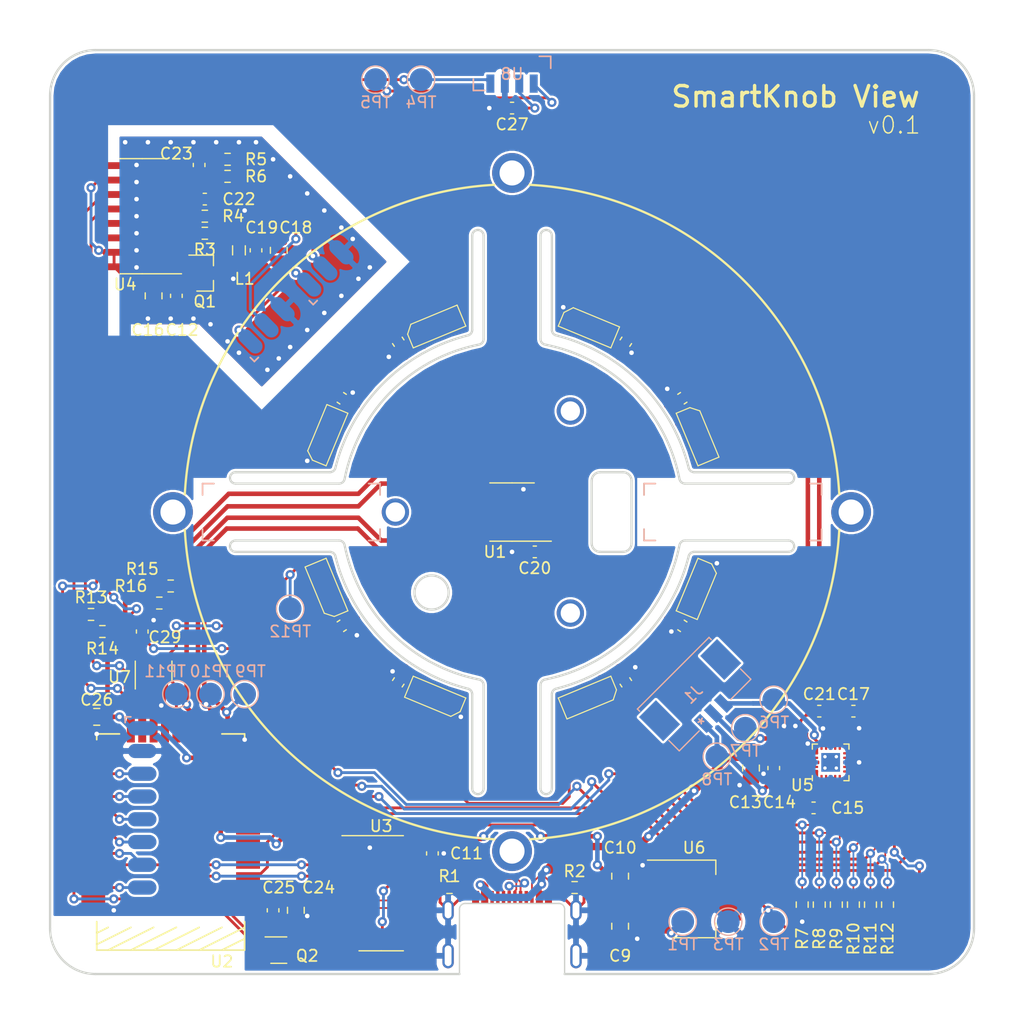
<source format=kicad_pcb>
(kicad_pcb (version 20171130) (host pcbnew 5.1.10-88a1d61d58~90~ubuntu20.04.1)
  (layers (0 F.Cu signal) (31 B.Cu signal) (34 B.Paste user) (35 F.Paste user) (36 B.SilkS user) (37 F.SilkS user) (38 B.Mask user) (39 F.Mask user) (44 Edge.Cuts user))
  (net 0 "")
  (net 1 GND)
  (net 2 +5V)
  (net 3 "Net-(D1-Pad3)")
  (net 4 "Net-(D2-Pad3)")
  (net 5 "Net-(D3-Pad3)")
  (net 6 "Net-(D4-Pad3)")
  (net 7 "Net-(D5-Pad3)")
  (net 8 "Net-(D6-Pad3)")
  (net 9 "Net-(D7-Pad3)")
  (net 10 /USB_CC1)
  (net 11 /USB_D-)
  (net 12 /USB_D+)
  (net 13 /USB_CC2)
  (net 14 +3V3)
  (net 15 "Net-(C15-Pad2)")
  (net 16 /STRAIN_E+)
  (net 17 "Net-(C21-Pad1)")
  (net 18 "Net-(C22-Pad2)")
  (net 19 "Net-(C23-Pad2)")
  (net 20 "Net-(C23-Pad1)")
  (net 21 "Net-(J1-Pad3)")
  (net 22 "Net-(J1-Pad2)")
  (net 23 "Net-(J1-Pad1)")
  (net 24 "Net-(L1-Pad1)")
  (net 25 "Net-(Q1-Pad1)")
  (net 26 "Net-(R3-Pad2)")
  (net 27 /STRAIN_S-)
  (net 28 /STRAIN_S+)
  (net 29 /RTS)
  (net 30 /DTR)
  (net 31 /ESP32_EN)
  (net 32 /ESP32_BOOT)
  (net 33 /USB_SERIAL_RXI)
  (net 34 /USB_SERIAL_TXO)
  (net 35 /LED_DATA_5V)
  (net 36 /LCD_CMD)
  (net 37 /LCD_CS)
  (net 38 /LCD_BACKLIGHT)
  (net 39 /LCD_DATA)
  (net 40 /LCD_SCK)
  (net 41 /LCD_RST)
  (net 42 /MAG_DO)
  (net 43 /MAG_CLK)
  (net 44 /MAG_CSN)
  (net 45 /STRAIN_DO)
  (net 46 /STRAIN_SCK)
  (net 47 /TMC_UH)
  (net 48 /TMC_VH)
  (net 49 /TMC_WH)
  (net 50 /TMC_UL)
  (net 51 /TMC_WL)
  (net 52 /TMC_VL)
  (net 53 /TMC_DIAG)
  (net 54 /LED_DATA_3V3)
  (net 55 /SDA)
  (net 56 /SCL)
  (module Modified:QFN-20-1EP_3x3mm_P0.4mm_EP1.65x1.65mm_ThermalVias_LargerViaHoles (layer F.Cu) (at 28 22 90)
    (fp_text reference U5 (at -2 -2.5 180) (layer F.SilkS))
    (fp_text value TMC6300)
    (pad PAD thru_hole circle (at -0.5 0.5 90) (size 0.6 0.6) (drill 0.3) (layers *.Cu) (net 1 GND))
    (pad PAD thru_hole circle (at 0.5 0.5 90) (size 0.6 0.6) (drill 0.3) (layers *.Cu) (net 1 GND))
    (pad PAD thru_hole circle (at 0.5 -0.5 90) (size 0.6 0.6) (drill 0.3) (layers *.Cu) (net 1 GND))
    (pad 1 smd roundrect (at -1.45 -0.8 90) (size 0.7 0.2) (layers F.Cu F.Paste F.Mask) (net 23 "Net-(J1-Pad1)"))
    (pad 2 smd roundrect (at -1.45 -0.4 90) (size 0.7 0.2) (layers F.Cu F.Paste F.Mask) (net 15 "Net-(C15-Pad2)"))
    (pad 3 smd roundrect (at -1.45 0 90) (size 0.7 0.2) (layers F.Cu F.Paste F.Mask) (net 47 /TMC_UH))
    (pad 4 smd roundrect (at -1.45 0.4 90) (size 0.7 0.2) (layers F.Cu F.Paste F.Mask) (net 48 /TMC_VH))
    (pad 5 smd roundrect (at -1.45 0.8 90) (size 0.7 0.2) (layers F.Cu F.Paste F.Mask) (net 49 /TMC_WH))
    (pad 6 smd roundrect (at -0.8 1.45 90) (size 0.2 0.7) (layers F.Cu F.Paste F.Mask) (net 50 /TMC_UL))
    (pad 7 smd roundrect (at -0.4 1.45 90) (size 0.2 0.7) (layers F.Cu F.Paste F.Mask) (net 51 /TMC_WL))
    (pad 8 smd roundrect (at 0 1.45 90) (size 0.2 0.7) (layers F.Cu F.Paste F.Mask) (net 1 GND))
    (pad 9 smd roundrect (at 0.4 1.45 90) (size 0.2 0.7) (layers F.Cu F.Paste F.Mask) (net 1 GND))
    (pad 10 smd roundrect (at 0.8 1.45 90) (size 0.2 0.7) (layers F.Cu F.Paste F.Mask) (net 52 /TMC_VL))
    (pad 11 smd roundrect (at 1.45 0.8 90) (size 0.7 0.2) (layers F.Cu F.Paste F.Mask) (net 14 +3V3))
    (pad 12 smd roundrect (at 1.45 0.4 90) (size 0.7 0.2) (layers F.Cu F.Paste F.Mask) (net 53 /TMC_DIAG))
    (pad 13 smd roundrect (at 1.45 0 90) (size 0.7 0.2) (layers F.Cu F.Paste F.Mask) (net 17 "Net-(C21-Pad1)"))
    (pad 14 smd roundrect (at 1.45 -0.4 90) (size 0.7 0.2) (layers F.Cu F.Paste F.Mask) (net 1 GND))
    (pad 15 smd roundrect (at 1.45 -0.8 90) (size 0.7 0.2) (layers F.Cu F.Paste F.Mask) (net 21 "Net-(J1-Pad3)"))
    (pad 16 smd roundrect (at 0.8 -1.45 90) (size 0.2 0.7) (layers F.Cu F.Paste F.Mask) (net 1 GND))
    (pad 17 smd roundrect (at 0.4 -1.45 90) (size 0.2 0.7) (layers F.Cu F.Paste F.Mask) (net 22 "Net-(J1-Pad2)"))
    (pad 18 smd roundrect (at 0 -1.45 90) (size 0.2 0.7) (layers F.Cu F.Paste F.Mask) (net 2 +5V))
    (pad 19 smd roundrect (at -0.4 -1.45 90) (size 0.2 0.7) (layers F.Cu F.Paste F.Mask))
    (pad 20 smd roundrect (at -0.8 -1.45 90) (size 0.2 0.7) (layers F.Cu F.Paste F.Mask) (net 1 GND))
    (pad PAD smd rect (at 0 0 90) (size 1.5 1.5) (layers F.Cu F.Mask) (net 1 GND))
    (pad PAD thru_hole circle (at -0.5 -0.5 90) (size 0.6 0.6) (drill 0.3) (layers *.Cu) (net 1 GND))
    (pad PAD smd rect (at 0 0 90) (size 1.65 1.65) (layers B.Cu) (net 1 GND))
  )
  (module Molex:532610371 (layer B.Cu) (at 16.816 18.584 45)
    (fp_text reference J1 (at 1.179454 -2.474874 45) (layer B.SilkS) (effects (justify mirror)))
    (fp_text value BLDC hide)
    (fp_text user * (at 0 0 45) (layer B.SilkS) (effects (justify mirror)))
    (pad "" smd rect (at 5.05 -2.899999 45) (size 2.1 2.999999) (layers B.Cu B.Paste B.Mask))
    (pad "" smd rect (at -2.55 -2.899999 45) (size 2.1 2.999999) (layers B.Cu B.Paste B.Mask))
    (pad 3 smd rect (at 2.5 0 45) (size 0.8 1.6) (layers B.Cu B.Paste B.Mask) (net 21 "Net-(J1-Pad3)"))
    (pad 2 smd rect (at 1.25 0 45) (size 0.8 1.6) (layers B.Cu B.Paste B.Mask) (net 22 "Net-(J1-Pad2)"))
    (pad 1 smd rect (at 0 0 45) (size 0.8 1.6) (layers B.Cu B.Paste B.Mask) (net 23 "Net-(J1-Pad1)"))
  )
  (module Resistor_SMD:R_0603_1608Metric (layer F.Cu) (at -30 6.5 180)
    (fp_text reference R16 (at 3.5 0) (layer F.SilkS))
    (fp_text value 2.2k)
    (pad 2 smd roundrect (at 0.825 0 180) (size 0.8 0.95) (layers F.Cu F.Paste F.Mask) (net 14 +3V3))
    (pad 1 smd roundrect (at -0.825 0 180) (size 0.8 0.95) (layers F.Cu F.Paste F.Mask) (net 43 /MAG_CLK))
  )
  (module Resistor_SMD:R_0603_1608Metric (layer F.Cu) (at -31 8)
    (fp_text reference R15 (at -1.5 -3) (layer F.SilkS))
    (fp_text value 2.2k)
    (pad 2 smd roundrect (at 0.825 0) (size 0.8 0.95) (layers F.Cu F.Paste F.Mask) (net 42 /MAG_DO))
    (pad 1 smd roundrect (at -0.825 0) (size 0.8 0.95) (layers F.Cu F.Paste F.Mask) (net 14 +3V3))
  )
  (module sk6812:SK6812-SIDE-A (layer F.Cu) (at -15.248051 -8.264664 247.5)
    (fp_text reference D8 hide)
    (fp_text value SK6812SIDE-A)
    (pad 4 smd custom (at 3.6 0 247.5) (size 1 0.55) (layers F.Cu F.Paste F.Mask) (net 1 GND) (options (clearance outline) (anchor rect)) (primitives (gr_poly (pts (xy 0.05 -0.525) (xy -0.5 -0.525) (xy -0.5 0.675) (xy 0.05 0.675)) (width 0))))
    (pad 3 smd rect (at 2.375 0 247.5) (size 0.45 1.2) (drill (offset 0 0.075)) (layers F.Cu F.Paste F.Mask))
    (pad 2 smd rect (at 1.35 0 247.5) (size 0.7 1.2) (drill (offset 0 0.075)) (layers F.Cu F.Paste F.Mask) (net 2 +5V))
    (pad 1 smd custom (at 0 0 247.5) (size 1 0.55) (layers F.Cu F.Paste F.Mask) (net 9 "Net-(D7-Pad3)") (options (clearance outline) (anchor rect)) (primitives (gr_poly (pts (xy -0.05 -0.525) (xy 0.5 -0.525) (xy 0.5 0.675) (xy -0.05 0.675)) (width 0))))
  )
  (module sk6812:SK6812-SIDE-A (layer F.Cu) (at -4.938 -16.626 202.5)
    (fp_text reference D7 hide)
    (fp_text value SK6812SIDE-A)
    (pad 4 smd custom (at 3.6 0 202.5) (size 1 0.55) (layers F.Cu F.Paste F.Mask) (net 1 GND) (options (clearance outline) (anchor rect)) (primitives (gr_poly (pts (xy 0.05 -0.525) (xy -0.5 -0.525) (xy -0.5 0.675) (xy 0.05 0.675)) (width 0))))
    (pad 3 smd rect (at 2.375 0 202.5) (size 0.45 1.2) (drill (offset 0 0.075)) (layers F.Cu F.Paste F.Mask) (net 9 "Net-(D7-Pad3)"))
    (pad 2 smd rect (at 1.35 0 202.5) (size 0.7 1.2) (drill (offset 0 0.075)) (layers F.Cu F.Paste F.Mask) (net 2 +5V))
    (pad 1 smd custom (at 0 0 202.5) (size 1 0.55) (layers F.Cu F.Paste F.Mask) (net 8 "Net-(D6-Pad3)") (options (clearance outline) (anchor rect)) (primitives (gr_poly (pts (xy -0.05 -0.525) (xy 0.5 -0.525) (xy 0.5 0.675) (xy -0.05 0.675)) (width 0))))
  )
  (module sk6812:SK6812-SIDE-A (layer F.Cu) (at 8.264664 -15.248051 157.5)
    (fp_text reference D6 hide)
    (fp_text value SK6812SIDE-A)
    (pad 4 smd custom (at 3.6 0 157.5) (size 1 0.55) (layers F.Cu F.Paste F.Mask) (net 1 GND) (options (clearance outline) (anchor rect)) (primitives (gr_poly (pts (xy 0.05 -0.525) (xy -0.5 -0.525) (xy -0.5 0.675) (xy 0.05 0.675)) (width 0))))
    (pad 3 smd rect (at 2.375 0 157.5) (size 0.45 1.2) (drill (offset 0 0.075)) (layers F.Cu F.Paste F.Mask) (net 8 "Net-(D6-Pad3)"))
    (pad 2 smd rect (at 1.35 0 157.5) (size 0.7 1.2) (drill (offset 0 0.075)) (layers F.Cu F.Paste F.Mask) (net 2 +5V))
    (pad 1 smd custom (at 0 0 157.5) (size 1 0.55) (layers F.Cu F.Paste F.Mask) (net 7 "Net-(D5-Pad3)") (options (clearance outline) (anchor rect)) (primitives (gr_poly (pts (xy -0.05 -0.525) (xy 0.5 -0.525) (xy 0.5 0.675) (xy -0.05 0.675)) (width 0))))
  )
  (module sk6812:SK6812-SIDE-A (layer F.Cu) (at 16.626 -4.938 112.5)
    (fp_text reference D5 hide)
    (fp_text value SK6812SIDE-A)
    (pad 4 smd custom (at 3.6 0 112.5) (size 1 0.55) (layers F.Cu F.Paste F.Mask) (net 1 GND) (options (clearance outline) (anchor rect)) (primitives (gr_poly (pts (xy 0.05 -0.525) (xy -0.5 -0.525) (xy -0.5 0.675) (xy 0.05 0.675)) (width 0))))
    (pad 3 smd rect (at 2.375 0 112.5) (size 0.45 1.2) (drill (offset 0 0.075)) (layers F.Cu F.Paste F.Mask) (net 7 "Net-(D5-Pad3)"))
    (pad 2 smd rect (at 1.35 0 112.5) (size 0.7 1.2) (drill (offset 0 0.075)) (layers F.Cu F.Paste F.Mask) (net 2 +5V))
    (pad 1 smd custom (at 0 0 112.5) (size 1 0.55) (layers F.Cu F.Paste F.Mask) (net 6 "Net-(D4-Pad3)") (options (clearance outline) (anchor rect)) (primitives (gr_poly (pts (xy -0.05 -0.525) (xy 0.5 -0.525) (xy 0.5 0.675) (xy -0.05 0.675)) (width 0))))
  )
  (module sk6812:SK6812-SIDE-A (layer F.Cu) (at 15.248051 8.264664 67.5)
    (fp_text reference D4 hide)
    (fp_text value SK6812SIDE-A)
    (pad 4 smd custom (at 3.6 0 67.5) (size 1 0.55) (layers F.Cu F.Paste F.Mask) (net 1 GND) (options (clearance outline) (anchor rect)) (primitives (gr_poly (pts (xy 0.05 -0.525) (xy -0.5 -0.525) (xy -0.5 0.675) (xy 0.05 0.675)) (width 0))))
    (pad 3 smd rect (at 2.375 0 67.5) (size 0.45 1.2) (drill (offset 0 0.075)) (layers F.Cu F.Paste F.Mask) (net 6 "Net-(D4-Pad3)"))
    (pad 2 smd rect (at 1.35 0 67.5) (size 0.7 1.2) (drill (offset 0 0.075)) (layers F.Cu F.Paste F.Mask) (net 2 +5V))
    (pad 1 smd custom (at 0 0 67.5) (size 1 0.55) (layers F.Cu F.Paste F.Mask) (net 5 "Net-(D3-Pad3)") (options (clearance outline) (anchor rect)) (primitives (gr_poly (pts (xy -0.05 -0.525) (xy 0.5 -0.525) (xy 0.5 0.675) (xy -0.05 0.675)) (width 0))))
  )
  (module sk6812:SK6812-SIDE-A (layer F.Cu) (at 4.938 16.626 22.5)
    (fp_text reference D3 hide)
    (fp_text value SK6812SIDE-A)
    (pad 4 smd custom (at 3.6 0 22.5) (size 1 0.55) (layers F.Cu F.Paste F.Mask) (net 1 GND) (options (clearance outline) (anchor rect)) (primitives (gr_poly (pts (xy 0.05 -0.525) (xy -0.5 -0.525) (xy -0.5 0.675) (xy 0.05 0.675)) (width 0))))
    (pad 3 smd rect (at 2.375 0 22.5) (size 0.45 1.2) (drill (offset 0 0.075)) (layers F.Cu F.Paste F.Mask) (net 5 "Net-(D3-Pad3)"))
    (pad 2 smd rect (at 1.35 0 22.5) (size 0.7 1.2) (drill (offset 0 0.075)) (layers F.Cu F.Paste F.Mask) (net 2 +5V))
    (pad 1 smd custom (at 0 0 22.5) (size 1 0.55) (layers F.Cu F.Paste F.Mask) (net 4 "Net-(D2-Pad3)") (options (clearance outline) (anchor rect)) (primitives (gr_poly (pts (xy -0.05 -0.525) (xy 0.5 -0.525) (xy 0.5 0.675) (xy -0.05 0.675)) (width 0))))
  )
  (module sk6812:SK6812-SIDE-A (layer F.Cu) (at -8.264664 15.248051 337.5)
    (fp_text reference D2 hide)
    (fp_text value SK6812SIDE-A)
    (pad 4 smd custom (at 3.6 0 337.5) (size 1 0.55) (layers F.Cu F.Paste F.Mask) (net 1 GND) (options (clearance outline) (anchor rect)) (primitives (gr_poly (pts (xy 0.05 -0.525) (xy -0.5 -0.525) (xy -0.5 0.675) (xy 0.05 0.675)) (width 0))))
    (pad 3 smd rect (at 2.375 0 337.5) (size 0.45 1.2) (drill (offset 0 0.075)) (layers F.Cu F.Paste F.Mask) (net 4 "Net-(D2-Pad3)"))
    (pad 2 smd rect (at 1.35 0 337.5) (size 0.7 1.2) (drill (offset 0 0.075)) (layers F.Cu F.Paste F.Mask) (net 2 +5V))
    (pad 1 smd custom (at 0 0 337.5) (size 1 0.55) (layers F.Cu F.Paste F.Mask) (net 3 "Net-(D1-Pad3)") (options (clearance outline) (anchor rect)) (primitives (gr_poly (pts (xy -0.05 -0.525) (xy 0.5 -0.525) (xy 0.5 0.675) (xy -0.05 0.675)) (width 0))))
  )
  (module sk6812:SK6812-SIDE-A (layer F.Cu) (at -16.626 4.938 292.5)
    (fp_text reference D1 hide)
    (fp_text value SK6812SIDE-A)
    (pad 4 smd custom (at 3.6 0 292.5) (size 1 0.55) (layers F.Cu F.Paste F.Mask) (net 1 GND) (options (clearance outline) (anchor rect)) (primitives (gr_poly (pts (xy 0.05 -0.525) (xy -0.5 -0.525) (xy -0.5 0.675) (xy 0.05 0.675)) (width 0))))
    (pad 3 smd rect (at 2.375 0 292.5) (size 0.45 1.2) (drill (offset 0 0.075)) (layers F.Cu F.Paste F.Mask) (net 3 "Net-(D1-Pad3)"))
    (pad 2 smd rect (at 1.35 0 292.5) (size 0.7 1.2) (drill (offset 0 0.075)) (layers F.Cu F.Paste F.Mask) (net 2 +5V))
    (pad 1 smd custom (at 0 0 292.5) (size 1 0.55) (layers F.Cu F.Paste F.Mask) (net 35 /LED_DATA_5V) (options (clearance outline) (anchor rect)) (primitives (gr_poly (pts (xy -0.05 -0.525) (xy 0.5 -0.525) (xy 0.5 0.675) (xy -0.05 0.675)) (width 0))))
  )
  (module Capacitor_SMD:C_0603_1608Metric (layer F.Cu) (at 0 -35.5 180)
    (fp_text reference C27 (at 0 -1.43) (layer F.SilkS))
    (fp_text value 0.1uF)
    (pad 2 smd roundrect (at 0.775 0 180) (size 0.9 0.95) (layers F.Cu F.Paste F.Mask) (net 1 GND))
    (pad 1 smd roundrect (at -0.775 0 180) (size 0.9 0.95) (layers F.Cu F.Paste F.Mask) (net 14 +3V3))
  )
  (module view_custom:ViewKeepouts3d (layer F.Cu) (at 0 0)
    (fp_text reference Z5 hide)
    (fp_text value dummy_keepouts)
  )
  (module VEML7700:VEML7700-TOP (layer B.Cu) (at 0 -39 180)
    (fp_text reference U8 (at 0 -0.5) (layer B.SilkS) (effects (justify mirror)))
    (fp_text value VEML7700)
    (pad 4 smd rect (at 1.905 -1.35 180) (size 0.7 1.6) (layers B.Cu B.Paste B.Mask) (net 55 /SDA))
    (pad 3 smd rect (at 0.635 -1.35 180) (size 0.7 1.6) (layers B.Cu B.Paste B.Mask) (net 1 GND))
    (pad 2 smd rect (at -0.635 -1.35 180) (size 0.7 1.6) (layers B.Cu B.Paste B.Mask) (net 14 +3V3))
    (pad 1 smd rect (at -1.905 -1.35 180) (size 0.7 1.6) (layers B.Cu B.Paste B.Mask) (net 56 /SCL))
  )
  (module GCT_USB:USB4510 (layer F.Cu) (at 0 40.6)
    (fp_text reference J2)
    (fp_text value USB_C_Receptacle_USB2.0)
    (fp_line (start -4.62 0) (end -4.62 -5.7) (layer Edge.Cuts) (width 0.12))
    (fp_line (start -4.12 -6.2) (end 4.12 -6.2) (layer Edge.Cuts) (width 0.12))
    (fp_line (start 4.62 0) (end 4.62 -5.7) (layer Edge.Cuts) (width 0.12))
    (fp_arc (start 4.12 -5.7) (end 4.62 -5.7) (angle -90) (layer Edge.Cuts) (width 0.12))
    (fp_arc (start -4.12 -5.7) (end -4.12 -6.2) (angle -90) (layer Edge.Cuts) (width 0.12))
    (pad A12 smd rect (at 3.2 -6.75) (size 0.6 1.1) (layers F.Cu F.Paste F.Mask) (net 1 GND))
    (pad B1 smd rect (at 3.2 -6.75) (size 0.6 1.1) (layers F.Cu F.Paste F.Mask) (net 1 GND))
    (pad B4 smd rect (at 2.4 -6.75) (size 0.6 1.1) (layers F.Cu F.Paste F.Mask) (net 2 +5V))
    (pad A9 smd rect (at 2.4 -6.75) (size 0.6 1.1) (layers F.Cu F.Paste F.Mask) (net 2 +5V))
    (pad B5 smd rect (at 1.75 -6.75) (size 0.3 1.1) (layers F.Cu F.Paste F.Mask) (net 13 /USB_CC2))
    (pad A8 smd rect (at 1.25 -6.75) (size 0.3 1.1) (layers F.Cu F.Paste F.Mask))
    (pad B6 smd rect (at 0.75 -6.75) (size 0.3 1.1) (layers F.Cu F.Paste F.Mask) (net 12 /USB_D+))
    (pad A7 smd rect (at 0.25 -6.75) (size 0.3 1.1) (layers F.Cu F.Paste F.Mask) (net 11 /USB_D-))
    (pad A6 smd rect (at -0.25 -6.75) (size 0.3 1.1) (layers F.Cu F.Paste F.Mask) (net 12 /USB_D+))
    (pad B7 smd rect (at -0.75 -6.75) (size 0.3 1.1) (layers F.Cu F.Paste F.Mask) (net 11 /USB_D-))
    (pad A5 smd rect (at -1.25 -6.75) (size 0.3 1.1) (layers F.Cu F.Paste F.Mask) (net 10 /USB_CC1))
    (pad B8 smd rect (at -1.75 -6.75) (size 0.3 1.1) (layers F.Cu F.Paste F.Mask))
    (pad B9 smd rect (at -2.4 -6.75) (size 0.6 1.1) (layers F.Cu F.Paste F.Mask) (net 2 +5V))
    (pad B12 smd rect (at -3.2 -6.75) (size 0.6 1.1) (layers F.Cu F.Paste F.Mask) (net 1 GND))
    (pad A4 smd rect (at -2.4 -6.75) (size 0.6 1.1) (layers F.Cu F.Paste F.Mask) (net 2 +5V))
    (pad A1 smd rect (at -3.2 -6.75) (size 0.6 1.1) (layers F.Cu F.Paste F.Mask) (net 1 GND))
    (pad S1 thru_hole oval (at -5.62 -5.6) (size 1 1.8) (drill oval 0.6 1.4) (layers *.Cu *.Mask) (net 1 GND))
    (pad S1 thru_hole oval (at 5.62 -1.6) (size 1 2.2) (drill oval 0.6 1.8) (layers *.Cu *.Mask) (net 1 GND))
    (pad S1 thru_hole oval (at -5.62 -1.6) (size 1 2.2) (drill oval 0.6 1.8) (layers *.Cu *.Mask) (net 1 GND))
    (pad S1 thru_hole oval (at 5.62 -5.6) (size 1 1.8) (drill oval 0.6 1.4) (layers *.Cu *.Mask) (net 1 GND))
  )
  (module TestPoint:TestPoint_Pad_D2.0mm (layer B.Cu) (at -19.5 8.5)
    (fp_text reference TP12 (at 0 1.998) (layer B.SilkS) (effects (justify mirror)))
    (fp_text value LED)
    (pad 1 smd circle (at 0 0) (size 2 2) (layers B.Cu B.Mask) (net 35 /LED_DATA_5V))
  )
  (module TestPoint:TestPoint_Pad_D2.0mm (layer B.Cu) (at -29.5 16)
    (fp_text reference TP11 (at -1 -2) (layer B.SilkS) (effects (justify mirror)))
    (fp_text value DO)
    (pad 1 smd circle (at 0 0) (size 2 2) (layers B.Cu B.Mask) (net 42 /MAG_DO))
  )
  (module TestPoint:TestPoint_Pad_D2.0mm (layer B.Cu) (at -26.5 16)
    (fp_text reference TP10 (at 0 -2) (layer B.SilkS) (effects (justify mirror)))
    (fp_text value CLK)
    (pad 1 smd circle (at 0 0) (size 2 2) (layers B.Cu B.Mask) (net 43 /MAG_CLK))
  )
  (module TestPoint:TestPoint_Pad_D2.0mm (layer B.Cu) (at -23.5 16)
    (fp_text reference TP9 (at 0.5 -2) (layer B.SilkS) (effects (justify mirror)))
    (fp_text value CSN)
    (pad 1 smd circle (at 0 0) (size 2 2) (layers B.Cu B.Mask) (net 44 /MAG_CSN))
  )
  (module TestPoint:TestPoint_Pad_D2.0mm (layer B.Cu) (at 18 21.5)
    (fp_text reference TP8 (at 0 1.998) (layer B.SilkS) (effects (justify mirror)))
    (fp_text value W)
    (pad 1 smd circle (at 0 0) (size 2 2) (layers B.Cu B.Mask) (net 23 "Net-(J1-Pad1)"))
  )
  (module TestPoint:TestPoint_Pad_D2.0mm (layer B.Cu) (at 20.5 19)
    (fp_text reference TP7 (at 0 1.998) (layer B.SilkS) (effects (justify mirror)))
    (fp_text value V)
    (pad 1 smd circle (at 0 0) (size 2 2) (layers B.Cu B.Mask) (net 22 "Net-(J1-Pad2)"))
  )
  (module TestPoint:TestPoint_Pad_D2.0mm (layer B.Cu) (at 23 16.5)
    (fp_text reference TP6 (at 0 1.998) (layer B.SilkS) (effects (justify mirror)))
    (fp_text value U)
    (pad 1 smd circle (at 0 0) (size 2 2) (layers B.Cu B.Mask) (net 21 "Net-(J1-Pad3)"))
  )
  (module TestPoint:TestPoint_Pad_D2.0mm (layer B.Cu) (at -12 -38)
    (fp_text reference TP5 (at 0 1.998) (layer B.SilkS) (effects (justify mirror)))
    (fp_text value SCL)
    (pad 1 smd circle (at 0 0) (size 2 2) (layers B.Cu B.Mask) (net 56 /SCL))
  )
  (module TestPoint:TestPoint_Pad_D2.0mm (layer B.Cu) (at -8 -38)
    (fp_text reference TP4 (at 0 1.998) (layer B.SilkS) (effects (justify mirror)))
    (fp_text value SDA)
    (pad 1 smd circle (at 0 0) (size 2 2) (layers B.Cu B.Mask) (net 55 /SDA))
  )
  (module TestPoint:TestPoint_Pad_D2.0mm (layer B.Cu) (at 19 36)
    (fp_text reference TP3 (at 0 1.998) (layer B.SilkS) (effects (justify mirror)))
    (fp_text value GND)
    (pad 1 smd circle (at 0 0) (size 2 2) (layers B.Cu B.Mask) (net 1 GND))
  )
  (module TestPoint:TestPoint_Pad_D2.0mm (layer B.Cu) (at 23 36)
    (fp_text reference TP2 (at 0 1.998) (layer B.SilkS) (effects (justify mirror)))
    (fp_text value 3.3v)
    (pad 1 smd circle (at 0 0) (size 2 2) (layers B.Cu B.Mask) (net 14 +3V3))
  )
  (module TestPoint:TestPoint_Pad_D2.0mm (layer B.Cu) (at 15 36)
    (fp_text reference TP1 (at 0 1.998) (layer B.SilkS) (effects (justify mirror)))
    (fp_text value 5V)
    (pad 1 smd circle (at 0 0) (size 2 2) (layers B.Cu B.Mask) (net 2 +5V))
  )
  (module view_custom:SolderPads_2mm_3 (layer B.Cu) (at -23 -15 45)
    (fp_text reference J5 hide)
    (fp_text value Strain)
    (pad 3 smd oval (at 4 0 45) (size 1.25 2.5) (layers B.Cu B.Mask) (net 1 GND))
    (pad 2 smd oval (at 2 0 45) (size 1.25 2.5) (layers B.Cu B.Mask) (net 27 /STRAIN_S-))
    (pad 1 smd oval (at 0 0 45) (size 1.25 2.5) (layers B.Cu B.Mask) (net 16 /STRAIN_E+))
  )
  (module view_custom:SolderPads_2mm_3 (layer B.Cu) (at -17.828427 -20 45)
    (fp_text reference J4 hide)
    (fp_text value Strain)
    (pad 3 smd oval (at 4 0 45) (size 1.25 2.5) (layers B.Cu B.Mask) (net 1 GND))
    (pad 2 smd oval (at 2 0 45) (size 1.25 2.5) (layers B.Cu B.Mask) (net 28 /STRAIN_S+))
    (pad 1 smd oval (at 0 0 45) (size 1.25 2.5) (layers B.Cu B.Mask) (net 16 /STRAIN_E+))
  )
  (module view_custom:SolderPads_2mm_8 (layer B.Cu) (at -32.5 19 270)
    (fp_text reference J3 hide)
    (fp_text value LCD)
    (pad 8 smd oval (at 14 0 270) (size 1.25 2.5) (layers B.Cu B.Mask) (net 36 /LCD_CMD))
    (pad 7 smd oval (at 12 0 270) (size 1.25 2.5) (layers B.Cu B.Mask) (net 37 /LCD_CS))
    (pad 6 smd oval (at 10 0 270) (size 1.25 2.5) (layers B.Cu B.Mask) (net 38 /LCD_BACKLIGHT))
    (pad 5 smd oval (at 8 0 270) (size 1.25 2.5) (layers B.Cu B.Mask) (net 39 /LCD_DATA))
    (pad 4 smd oval (at 6 0 270) (size 1.25 2.5) (layers B.Cu B.Mask) (net 40 /LCD_SCK))
    (pad 3 smd oval (at 4 0 270) (size 1.25 2.5) (layers B.Cu B.Mask) (net 41 /LCD_RST))
    (pad 2 smd oval (at 2 0 270) (size 1.25 2.5) (layers B.Cu B.Mask) (net 1 GND))
    (pad 1 smd oval (at 0 0 270) (size 1.25 2.5) (layers B.Cu B.Mask) (net 14 +3V3))
  )
  (module Resistor_SMD:R_0603_1608Metric (layer F.Cu) (at -36 10.5 180)
    (fp_text reference R14 (at 0 -1.5) (layer F.SilkS))
    (fp_text value 2.2k)
    (pad 2 smd roundrect (at 0.825 0 180) (size 0.8 0.95) (layers F.Cu F.Paste F.Mask) (net 56 /SCL))
    (pad 1 smd roundrect (at -0.825 0 180) (size 0.8 0.95) (layers F.Cu F.Paste F.Mask) (net 14 +3V3))
  )
  (module Resistor_SMD:R_0603_1608Metric (layer F.Cu) (at -37 9 180)
    (fp_text reference R13 (at 0 1.5) (layer F.SilkS))
    (fp_text value 2.2k)
    (pad 2 smd roundrect (at 0.825 0 180) (size 0.8 0.95) (layers F.Cu F.Paste F.Mask) (net 55 /SDA))
    (pad 1 smd roundrect (at -0.825 0 180) (size 0.8 0.95) (layers F.Cu F.Paste F.Mask) (net 14 +3V3))
  )
  (module Capacitor_SMD:C_0603_1608Metric (layer F.Cu) (at -14.967 -10 326.2)
    (fp_text reference C8 hide)
    (fp_text value 0.1uF)
    (pad 1 smd roundrect (at -0.775 0 326.2) (size 0.9 0.95) (layers F.Cu F.Paste F.Mask) (net 2 +5V))
    (pad 2 smd roundrect (at 0.775 0 326.2) (size 0.9 0.95) (layers F.Cu F.Paste F.Mask) (net 1 GND))
  )
  (module Capacitor_SMD:C_0603_1608Metric (layer F.Cu) (at -10 -14.967 303.7)
    (fp_text reference C7 hide)
    (fp_text value 0.1uF)
    (pad 1 smd roundrect (at -0.775 0 303.7) (size 0.9 0.95) (layers F.Cu F.Paste F.Mask) (net 2 +5V))
    (pad 2 smd roundrect (at 0.775 0 303.7) (size 0.9 0.95) (layers F.Cu F.Paste F.Mask) (net 1 GND))
  )
  (module Capacitor_SMD:C_0603_1608Metric (layer F.Cu) (at 10 -14.967 236.2)
    (fp_text reference C6 hide)
    (fp_text value 0.1uF)
    (pad 1 smd roundrect (at -0.775 0 236.2) (size 0.9 0.95) (layers F.Cu F.Paste F.Mask) (net 2 +5V))
    (pad 2 smd roundrect (at 0.775 0 236.2) (size 0.9 0.95) (layers F.Cu F.Paste F.Mask) (net 1 GND))
  )
  (module Capacitor_SMD:C_0603_1608Metric (layer F.Cu) (at 14.967 -10 213.7)
    (fp_text reference C5 hide)
    (fp_text value 0.1uF)
    (pad 1 smd roundrect (at -0.775 0 213.7) (size 0.9 0.95) (layers F.Cu F.Paste F.Mask) (net 2 +5V))
    (pad 2 smd roundrect (at 0.775 0 213.7) (size 0.9 0.95) (layers F.Cu F.Paste F.Mask) (net 1 GND))
  )
  (module Capacitor_SMD:C_0603_1608Metric (layer F.Cu) (at 14.967 10 146.2)
    (fp_text reference C4 hide)
    (fp_text value 0.1uF)
    (pad 1 smd roundrect (at -0.775 0 146.2) (size 0.9 0.95) (layers F.Cu F.Paste F.Mask) (net 2 +5V))
    (pad 2 smd roundrect (at 0.775 0 146.2) (size 0.9 0.95) (layers F.Cu F.Paste F.Mask) (net 1 GND))
  )
  (module Capacitor_SMD:C_0603_1608Metric (layer F.Cu) (at 10 14.967 123.7)
    (fp_text reference C3 hide)
    (fp_text value 0.1uF)
    (pad 1 smd roundrect (at -0.775 0 123.7) (size 0.9 0.95) (layers F.Cu F.Paste F.Mask) (net 2 +5V))
    (pad 2 smd roundrect (at 0.775 0 123.7) (size 0.9 0.95) (layers F.Cu F.Paste F.Mask) (net 1 GND))
  )
  (module Resistor_SMD:R_0603_1608Metric (layer F.Cu) (at 33 34.5 270)
    (fp_text reference R12 (at 3 0 90) (layer F.SilkS))
    (fp_text value 10k)
    (pad 2 smd roundrect (at 0.825 0 270) (size 0.8 0.95) (layers F.Cu F.Paste F.Mask) (net 1 GND))
    (pad 1 smd roundrect (at -0.825 0 270) (size 0.8 0.95) (layers F.Cu F.Paste F.Mask) (net 52 /TMC_VL))
  )
  (module Resistor_SMD:R_0603_1608Metric (layer F.Cu) (at 31.5 34.5 270)
    (fp_text reference R11 (at 3 0 90) (layer F.SilkS))
    (fp_text value 10k)
    (pad 2 smd roundrect (at 0.825 0 270) (size 0.8 0.95) (layers F.Cu F.Paste F.Mask) (net 1 GND))
    (pad 1 smd roundrect (at -0.825 0 270) (size 0.8 0.95) (layers F.Cu F.Paste F.Mask) (net 51 /TMC_WL))
  )
  (module Resistor_SMD:R_0603_1608Metric (layer F.Cu) (at 30 34.5 270)
    (fp_text reference R10 (at 3 0 90) (layer F.SilkS))
    (fp_text value 10k)
    (pad 2 smd roundrect (at 0.825 0 270) (size 0.8 0.95) (layers F.Cu F.Paste F.Mask) (net 1 GND))
    (pad 1 smd roundrect (at -0.825 0 270) (size 0.8 0.95) (layers F.Cu F.Paste F.Mask) (net 50 /TMC_UL))
  )
  (module Resistor_SMD:R_0603_1608Metric (layer F.Cu) (at 28.5 34.5 270)
    (fp_text reference R9 (at 3 0 90) (layer F.SilkS))
    (fp_text value 10k)
    (pad 2 smd roundrect (at 0.825 0 270) (size 0.8 0.95) (layers F.Cu F.Paste F.Mask) (net 1 GND))
    (pad 1 smd roundrect (at -0.825 0 270) (size 0.8 0.95) (layers F.Cu F.Paste F.Mask) (net 49 /TMC_WH))
  )
  (module Resistor_SMD:R_0603_1608Metric (layer F.Cu) (at 27 34.5 270)
    (fp_text reference R8 (at 3 0 90) (layer F.SilkS))
    (fp_text value 10k)
    (pad 2 smd roundrect (at 0.825 0 270) (size 0.8 0.95) (layers F.Cu F.Paste F.Mask) (net 1 GND))
    (pad 1 smd roundrect (at -0.825 0 270) (size 0.8 0.95) (layers F.Cu F.Paste F.Mask) (net 48 /TMC_VH))
  )
  (module Resistor_SMD:R_0603_1608Metric (layer F.Cu) (at 25.5 34.5 270)
    (fp_text reference R7 (at 3 0 90) (layer F.SilkS))
    (fp_text value 10k)
    (pad 2 smd roundrect (at 0.825 0 270) (size 0.8 0.95) (layers F.Cu F.Paste F.Mask) (net 1 GND))
    (pad 1 smd roundrect (at -0.825 0 270) (size 0.8 0.95) (layers F.Cu F.Paste F.Mask) (net 47 /TMC_UH))
  )
  (module Capacitor_SMD:C_0603_1608Metric (layer F.Cu) (at -29.5 -19 270)
    (fp_text reference C12 (at 3 -0.5 180) (layer F.SilkS))
    (fp_text value 0.1uF)
    (pad 2 smd roundrect (at 0.775 0 270) (size 0.9 0.95) (layers F.Cu F.Paste F.Mask) (net 1 GND))
    (pad 1 smd roundrect (at -0.775 0 270) (size 0.9 0.95) (layers F.Cu F.Paste F.Mask) (net 14 +3V3))
  )
  (module Package_TO_SOT_SMD:SOT-23-5 (layer F.Cu) (at -31.5 14 90)
    (fp_text reference U7 (at -0.5 -3 180) (layer F.SilkS))
    (fp_text value SN74LV1T34DBV)
    (pad 5 smd rect (at 1.1 -0.95 90) (size 1.06 0.65) (layers F.Cu F.Paste F.Mask) (net 2 +5V))
    (pad 4 smd rect (at 1.1 0.95 90) (size 1.06 0.65) (layers F.Cu F.Paste F.Mask) (net 35 /LED_DATA_5V))
    (pad 3 smd rect (at -1.1 0.95 90) (size 1.06 0.65) (layers F.Cu F.Paste F.Mask) (net 1 GND))
    (pad 2 smd rect (at -1.1 0 90) (size 1.06 0.65) (layers F.Cu F.Paste F.Mask) (net 54 /LED_DATA_3V3))
    (pad 1 smd rect (at -1.1 -0.95 90) (size 1.06 0.65) (layers F.Cu F.Paste F.Mask))
  )
  (module Capacitor_SMD:C_0603_1608Metric (layer F.Cu) (at -32.5 10.5 90)
    (fp_text reference C29 (at -0.5 2 180) (layer F.SilkS))
    (fp_text value 0.1uF)
    (pad 2 smd roundrect (at 0.775 0 90) (size 0.9 0.95) (layers F.Cu F.Paste F.Mask) (net 1 GND))
    (pad 1 smd roundrect (at -0.775 0 90) (size 0.9 0.95) (layers F.Cu F.Paste F.Mask) (net 2 +5V))
  )
  (module strain:BF350-3AA (layer B.Cu) (at -23.2 0 270)
    (fp_text reference Z4)
    (fp_text value strain)
  )
  (module strain:BF350-3AA (layer B.Cu) (at -15.6 0 90)
    (fp_text reference Z3)
    (fp_text value strain)
  )
  (module strain:BF350-3AA (layer B.Cu) (at 23.2 0 90)
    (fp_text reference Z2)
    (fp_text value strain)
  )
  (module strain:BF350-3AA (layer B.Cu) (at 15.6 0 270)
    (fp_text reference Z1)
    (fp_text value strain)
  )
  (module Package_TO_SOT_SMD:SOT-363_SC-70-6 (layer F.Cu) (at -20.5 38.5)
    (fp_text reference Q2 (at 2.5 0.5) (layer F.SilkS))
    (fp_text value UMH3N)
    (pad 6 smd rect (at 0.95 -0.65) (size 0.65 0.4) (layers F.Cu F.Paste F.Mask) (net 31 /ESP32_EN))
    (pad 4 smd rect (at 0.95 0.65) (size 0.65 0.4) (layers F.Cu F.Paste F.Mask) (net 30 /DTR))
    (pad 2 smd rect (at -0.95 0) (size 0.65 0.4) (layers F.Cu F.Paste F.Mask) (net 30 /DTR))
    (pad 5 smd rect (at 0.95 0) (size 0.65 0.4) (layers F.Cu F.Paste F.Mask) (net 29 /RTS))
    (pad 3 smd rect (at -0.95 0.65) (size 0.65 0.4) (layers F.Cu F.Paste F.Mask) (net 32 /ESP32_BOOT))
    (pad 1 smd rect (at -0.95 -0.65) (size 0.65 0.4) (layers F.Cu F.Paste F.Mask) (net 29 /RTS))
  )
  (module Capacitor_SMD:C_0805_2012Metric (layer F.Cu) (at -36.5 18 180)
    (fp_text reference C26 (at 0 1.5) (layer F.SilkS))
    (fp_text value 10uF)
    (pad 2 smd roundrect (at 0.95 0 180) (size 1 1.45) (layers F.Cu F.Paste F.Mask) (net 1 GND))
    (pad 1 smd roundrect (at -0.95 0 180) (size 1 1.45) (layers F.Cu F.Paste F.Mask) (net 14 +3V3))
  )
  (module Capacitor_SMD:C_0603_1608Metric (layer F.Cu) (at -21 35 270)
    (fp_text reference C25 (at -2 -0.5 180) (layer F.SilkS))
    (fp_text value 0.1uF)
    (pad 2 smd roundrect (at 0.775 0 270) (size 0.9 0.95) (layers F.Cu F.Paste F.Mask) (net 1 GND))
    (pad 1 smd roundrect (at -0.775 0 270) (size 0.9 0.95) (layers F.Cu F.Paste F.Mask) (net 14 +3V3))
  )
  (module Capacitor_SMD:C_0805_2012Metric (layer F.Cu) (at -19 35 270)
    (fp_text reference C24 (at -2 -2 180) (layer F.SilkS))
    (fp_text value 10uF)
    (pad 2 smd roundrect (at 0.95 0 270) (size 1 1.45) (layers F.Cu F.Paste F.Mask) (net 1 GND))
    (pad 1 smd roundrect (at -0.95 0 270) (size 1 1.45) (layers F.Cu F.Paste F.Mask) (net 14 +3V3))
  )
  (module Package_TO_SOT_SMD:SOT-223-3_TabPin2 (layer F.Cu) (at 16 34)
    (fp_text reference U6 (at 0 -4.5) (layer F.SilkS))
    (fp_text value AP1117-33)
    (pad 1 smd rect (at -3.15 -2.3) (size 2 1.5) (layers F.Cu F.Paste F.Mask) (net 1 GND))
    (pad 3 smd rect (at -3.15 2.3) (size 2 1.5) (layers F.Cu F.Paste F.Mask) (net 2 +5V))
    (pad 2 smd rect (at -3.15 0) (size 2 1.5) (layers F.Cu F.Paste F.Mask) (net 14 +3V3))
    (pad 2 smd rect (at 3.15 0) (size 2 3.8) (layers F.Cu F.Paste F.Mask) (net 14 +3V3))
  )
  (module Resistor_SMD:R_0603_1608Metric (layer F.Cu) (at -25 -31 180)
    (fp_text reference R6 (at -2.5 -1.5) (layer F.SilkS))
    (fp_text value 100)
    (pad 2 smd roundrect (at 0.825 0 180) (size 0.8 0.95) (layers F.Cu F.Paste F.Mask) (net 20 "Net-(C23-Pad1)"))
    (pad 1 smd roundrect (at -0.825 0 180) (size 0.8 0.95) (layers F.Cu F.Paste F.Mask) (net 28 /STRAIN_S+))
  )
  (module Resistor_SMD:R_0603_1608Metric (layer F.Cu) (at -25 -29.5)
    (fp_text reference R5 (at 2.5 -1.5) (layer F.SilkS))
    (fp_text value 100)
    (pad 2 smd roundrect (at 0.825 0) (size 0.8 0.95) (layers F.Cu F.Paste F.Mask) (net 27 /STRAIN_S-))
    (pad 1 smd roundrect (at -0.825 0) (size 0.8 0.95) (layers F.Cu F.Paste F.Mask) (net 19 "Net-(C23-Pad2)"))
  )
  (module Resistor_SMD:R_0603_1608Metric (layer F.Cu) (at -27 -26)
    (fp_text reference R4 (at 2.5 0) (layer F.SilkS))
    (fp_text value 8.2k)
    (pad 2 smd roundrect (at 0.825 0) (size 0.8 0.95) (layers F.Cu F.Paste F.Mask) (net 1 GND))
    (pad 1 smd roundrect (at -0.825 0) (size 0.8 0.95) (layers F.Cu F.Paste F.Mask) (net 26 "Net-(R3-Pad2)"))
  )
  (module Resistor_SMD:R_0603_1608Metric (layer F.Cu) (at -27 -24.5 180)
    (fp_text reference R3 (at 0 -1.43) (layer F.SilkS))
    (fp_text value 20k)
    (pad 2 smd roundrect (at 0.825 0 180) (size 0.8 0.95) (layers F.Cu F.Paste F.Mask) (net 26 "Net-(R3-Pad2)"))
    (pad 1 smd roundrect (at -0.825 0 180) (size 0.8 0.95) (layers F.Cu F.Paste F.Mask) (net 24 "Net-(L1-Pad1)"))
  )
  (module Package_TO_SOT_SMD:SOT-23 (layer F.Cu) (at -27 -21)
    (fp_text reference Q1 (at 0 2.5) (layer F.SilkS))
    (fp_text value MMBT4403)
    (pad 3 smd rect (at 1 0) (size 0.9 0.8) (layers F.Cu F.Paste F.Mask) (net 24 "Net-(L1-Pad1)"))
    (pad 2 smd rect (at -1 0.95) (size 0.9 0.8) (layers F.Cu F.Paste F.Mask) (net 14 +3V3))
    (pad 1 smd rect (at -1 -0.95) (size 0.9 0.8) (layers F.Cu F.Paste F.Mask) (net 25 "Net-(Q1-Pad1)"))
  )
  (module Inductor_SMD:L_0805_2012Metric (layer F.Cu) (at -24 -23 270)
    (fp_text reference L1 (at 2.5 -0.5 180) (layer F.SilkS))
    (fp_text value 3.3uH)
    (pad 2 smd roundrect (at 1.0625 0 270) (size 0.875 1.2) (layers F.Cu F.Paste F.Mask) (net 16 /STRAIN_E+))
    (pad 1 smd roundrect (at -1.0625 0 270) (size 0.875 1.2) (layers F.Cu F.Paste F.Mask) (net 24 "Net-(L1-Pad1)"))
  )
  (module Capacitor_SMD:C_0603_1608Metric (layer F.Cu) (at -27.5 -30.5 270)
    (fp_text reference C23 (at -1 2 180) (layer F.SilkS))
    (fp_text value 0.1uF)
    (pad 2 smd roundrect (at 0.775 0 270) (size 0.9 0.95) (layers F.Cu F.Paste F.Mask) (net 19 "Net-(C23-Pad2)"))
    (pad 1 smd roundrect (at -0.775 0 270) (size 0.9 0.95) (layers F.Cu F.Paste F.Mask) (net 20 "Net-(C23-Pad1)"))
  )
  (module Capacitor_SMD:C_0603_1608Metric (layer F.Cu) (at -27 -27.5 180)
    (fp_text reference C22 (at -3 0) (layer F.SilkS))
    (fp_text value 0.1uF)
    (pad 2 smd roundrect (at 0.775 0 180) (size 0.9 0.95) (layers F.Cu F.Paste F.Mask) (net 18 "Net-(C22-Pad2)"))
    (pad 1 smd roundrect (at -0.775 0 180) (size 0.9 0.95) (layers F.Cu F.Paste F.Mask) (net 1 GND))
  )
  (module Capacitor_SMD:C_0603_1608Metric (layer F.Cu) (at 27 17.5 180)
    (fp_text reference C21 (at 0 1.5) (layer F.SilkS))
    (fp_text value 0.1uF)
    (pad 2 smd roundrect (at 0.775 0 180) (size 0.9 0.95) (layers F.Cu F.Paste F.Mask) (net 1 GND))
    (pad 1 smd roundrect (at -0.775 0 180) (size 0.9 0.95) (layers F.Cu F.Paste F.Mask) (net 17 "Net-(C21-Pad1)"))
  )
  (module Capacitor_SMD:C_0603_1608Metric (layer F.Cu) (at 2 3.5 180)
    (fp_text reference C20 (at 0 -1.43) (layer F.SilkS))
    (fp_text value 0.1uF)
    (pad 2 smd roundrect (at 0.775 0 180) (size 0.9 0.95) (layers F.Cu F.Paste F.Mask) (net 1 GND))
    (pad 1 smd roundrect (at -0.775 0 180) (size 0.9 0.95) (layers F.Cu F.Paste F.Mask) (net 14 +3V3))
  )
  (module Capacitor_SMD:C_0603_1608Metric (layer F.Cu) (at -22.5 -23 90)
    (fp_text reference C19 (at 2 0.5 180) (layer F.SilkS))
    (fp_text value 0.1uF)
    (pad 2 smd roundrect (at 0.775 0 90) (size 0.9 0.95) (layers F.Cu F.Paste F.Mask) (net 1 GND))
    (pad 1 smd roundrect (at -0.775 0 90) (size 0.9 0.95) (layers F.Cu F.Paste F.Mask) (net 16 /STRAIN_E+))
  )
  (module Capacitor_SMD:C_0805_2012Metric (layer F.Cu) (at -20.5 -23 90)
    (fp_text reference C18 (at 2 1.5 180) (layer F.SilkS))
    (fp_text value 10uF)
    (pad 2 smd roundrect (at 0.95 0 90) (size 1 1.45) (layers F.Cu F.Paste F.Mask) (net 1 GND))
    (pad 1 smd roundrect (at -0.95 0 90) (size 1 1.45) (layers F.Cu F.Paste F.Mask) (net 16 /STRAIN_E+))
  )
  (module Capacitor_SMD:C_0603_1608Metric (layer F.Cu) (at 30 17.5)
    (fp_text reference C17 (at 0 -1.5) (layer F.SilkS))
    (fp_text value 0.1uF)
    (pad 2 smd roundrect (at 0.775 0) (size 0.9 0.95) (layers F.Cu F.Paste F.Mask) (net 1 GND))
    (pad 1 smd roundrect (at -0.775 0) (size 0.9 0.95) (layers F.Cu F.Paste F.Mask) (net 14 +3V3))
  )
  (module Capacitor_SMD:C_0805_2012Metric (layer F.Cu) (at -31.5 -19 270)
    (fp_text reference C16 (at 3 0.5 180) (layer F.SilkS))
    (fp_text value 10uF)
    (pad 2 smd roundrect (at 0.95 0 270) (size 1 1.45) (layers F.Cu F.Paste F.Mask) (net 1 GND))
    (pad 1 smd roundrect (at -0.95 0 270) (size 1 1.45) (layers F.Cu F.Paste F.Mask) (net 14 +3V3))
  )
  (module Capacitor_SMD:C_0603_1608Metric (layer F.Cu) (at 26.5 26)
    (fp_text reference C15 (at 3 0) (layer F.SilkS))
    (fp_text value 0.1uF)
    (pad 2 smd roundrect (at 0.775 0) (size 0.9 0.95) (layers F.Cu F.Paste F.Mask) (net 15 "Net-(C15-Pad2)"))
    (pad 1 smd roundrect (at -0.775 0) (size 0.9 0.95) (layers F.Cu F.Paste F.Mask) (net 2 +5V))
  )
  (module Capacitor_SMD:C_0603_1608Metric (layer F.Cu) (at 23 22.5 270)
    (fp_text reference C14 (at 3 -0.5 180) (layer F.SilkS))
    (fp_text value 0.1uF)
    (pad 2 smd roundrect (at 0.775 0 270) (size 0.9 0.95) (layers F.Cu F.Paste F.Mask) (net 1 GND))
    (pad 1 smd roundrect (at -0.775 0 270) (size 0.9 0.95) (layers F.Cu F.Paste F.Mask) (net 2 +5V))
  )
  (module Capacitor_SMD:C_0805_2012Metric (layer F.Cu) (at 21 22.5 270)
    (fp_text reference C13 (at 3 0.5 180) (layer F.SilkS))
    (fp_text value 22uF)
    (pad 2 smd roundrect (at 0.95 0 270) (size 1 1.45) (layers F.Cu F.Paste F.Mask) (net 1 GND))
    (pad 1 smd roundrect (at -0.95 0 270) (size 1 1.45) (layers F.Cu F.Paste F.Mask) (net 2 +5V))
  )
  (module Capacitor_SMD:C_0603_1608Metric (layer F.Cu) (at -7 30 270)
    (fp_text reference C11 (at 0 -3 180) (layer F.SilkS))
    (fp_text value 0.1uF)
    (pad 2 smd roundrect (at 0.775 0 270) (size 0.9 0.95) (layers F.Cu F.Paste F.Mask) (net 1 GND))
    (pad 1 smd roundrect (at -0.775 0 270) (size 0.9 0.95) (layers F.Cu F.Paste F.Mask) (net 14 +3V3))
  )
  (module Capacitor_SMD:C_0805_2012Metric (layer F.Cu) (at 9.5 32 90)
    (fp_text reference C10 (at 2.5 0 180) (layer F.SilkS))
    (fp_text value 10uF)
    (pad 2 smd roundrect (at 0.95 0 90) (size 1 1.45) (layers F.Cu F.Paste F.Mask) (net 1 GND))
    (pad 1 smd roundrect (at -0.95 0 90) (size 1 1.45) (layers F.Cu F.Paste F.Mask) (net 14 +3V3))
  )
  (module Capacitor_SMD:C_0805_2012Metric (layer F.Cu) (at 9.5 36.4 270)
    (fp_text reference C9 (at 2.6 0 180) (layer F.SilkS))
    (fp_text value 10uF)
    (pad 2 smd roundrect (at 0.95 0 270) (size 1 1.45) (layers F.Cu F.Paste F.Mask) (net 1 GND))
    (pad 1 smd roundrect (at -0.95 0 270) (size 1 1.45) (layers F.Cu F.Paste F.Mask) (net 2 +5V))
  )
  (module Package_SO:SOIC-16_3.9x9.9mm_P1.27mm (layer F.Cu) (at -32.5 -26 180)
    (fp_text reference U4 (at 1.5 -6) (layer F.SilkS))
    (fp_text value HX711)
    (pad 1 smd roundrect (at -2.475 -4.445 180) (size 1.95 0.6) (layers F.Cu F.Paste F.Mask) (net 14 +3V3))
    (pad 2 smd roundrect (at -2.475 -3.175 180) (size 1.95 0.6) (layers F.Cu F.Paste F.Mask) (net 25 "Net-(Q1-Pad1)"))
    (pad 3 smd roundrect (at -2.475 -1.905 180) (size 1.95 0.6) (layers F.Cu F.Paste F.Mask) (net 24 "Net-(L1-Pad1)"))
    (pad 4 smd roundrect (at -2.475 -0.635 180) (size 1.95 0.6) (layers F.Cu F.Paste F.Mask) (net 26 "Net-(R3-Pad2)"))
    (pad 5 smd roundrect (at -2.475 0.635 180) (size 1.95 0.6) (layers F.Cu F.Paste F.Mask) (net 1 GND))
    (pad 6 smd roundrect (at -2.475 1.905 180) (size 1.95 0.6) (layers F.Cu F.Paste F.Mask) (net 18 "Net-(C22-Pad2)"))
    (pad 7 smd roundrect (at -2.475 3.175 180) (size 1.95 0.6) (layers F.Cu F.Paste F.Mask) (net 19 "Net-(C23-Pad2)"))
    (pad 8 smd roundrect (at -2.475 4.445 180) (size 1.95 0.6) (layers F.Cu F.Paste F.Mask) (net 20 "Net-(C23-Pad1)"))
    (pad 9 smd roundrect (at 2.475 4.445 180) (size 1.95 0.6) (layers F.Cu F.Paste F.Mask) (net 1 GND))
    (pad 10 smd roundrect (at 2.475 3.175 180) (size 1.95 0.6) (layers F.Cu F.Paste F.Mask) (net 1 GND))
    (pad 11 smd roundrect (at 2.475 1.905 180) (size 1.95 0.6) (layers F.Cu F.Paste F.Mask) (net 46 /STRAIN_SCK))
    (pad 12 smd roundrect (at 2.475 0.635 180) (size 1.95 0.6) (layers F.Cu F.Paste F.Mask) (net 45 /STRAIN_DO))
    (pad 13 smd roundrect (at 2.475 -0.635 180) (size 1.95 0.6) (layers F.Cu F.Paste F.Mask))
    (pad 14 smd roundrect (at 2.475 -1.905 180) (size 1.95 0.6) (layers F.Cu F.Paste F.Mask) (net 1 GND))
    (pad 15 smd roundrect (at 2.475 -3.175 180) (size 1.95 0.6) (layers F.Cu F.Paste F.Mask) (net 14 +3V3))
    (pad 16 smd roundrect (at 2.475 -4.445 180) (size 1.95 0.6) (layers F.Cu F.Paste F.Mask) (net 14 +3V3))
  )
  (module Package_SO:SOIC-16_3.9x9.9mm_P1.27mm (layer F.Cu) (at -11.5 33.5)
    (fp_text reference U3 (at 0 -5.9) (layer F.SilkS))
    (fp_text value CH340C)
    (pad 16 smd roundrect (at 2.475 -4.445) (size 1.95 0.6) (layers F.Cu F.Paste F.Mask) (net 14 +3V3))
    (pad 15 smd roundrect (at 2.475 -3.175) (size 1.95 0.6) (layers F.Cu F.Paste F.Mask))
    (pad 14 smd roundrect (at 2.475 -1.905) (size 1.95 0.6) (layers F.Cu F.Paste F.Mask) (net 29 /RTS))
    (pad 13 smd roundrect (at 2.475 -0.635) (size 1.95 0.6) (layers F.Cu F.Paste F.Mask) (net 30 /DTR))
    (pad 12 smd roundrect (at 2.475 0.635) (size 1.95 0.6) (layers F.Cu F.Paste F.Mask))
    (pad 11 smd roundrect (at 2.475 1.905) (size 1.95 0.6) (layers F.Cu F.Paste F.Mask))
    (pad 10 smd roundrect (at 2.475 3.175) (size 1.95 0.6) (layers F.Cu F.Paste F.Mask))
    (pad 9 smd roundrect (at 2.475 4.445) (size 1.95 0.6) (layers F.Cu F.Paste F.Mask))
    (pad 8 smd roundrect (at -2.475 4.445) (size 1.95 0.6) (layers F.Cu F.Paste F.Mask))
    (pad 7 smd roundrect (at -2.475 3.175) (size 1.95 0.6) (layers F.Cu F.Paste F.Mask))
    (pad 6 smd roundrect (at -2.475 1.905) (size 1.95 0.6) (layers F.Cu F.Paste F.Mask) (net 11 /USB_D-))
    (pad 5 smd roundrect (at -2.475 0.635) (size 1.95 0.6) (layers F.Cu F.Paste F.Mask) (net 12 /USB_D+))
    (pad 4 smd roundrect (at -2.475 -0.635) (size 1.95 0.6) (layers F.Cu F.Paste F.Mask) (net 14 +3V3))
    (pad 3 smd roundrect (at -2.475 -1.905) (size 1.95 0.6) (layers F.Cu F.Paste F.Mask) (net 33 /USB_SERIAL_RXI))
    (pad 2 smd roundrect (at -2.475 -3.175) (size 1.95 0.6) (layers F.Cu F.Paste F.Mask) (net 34 /USB_SERIAL_TXO))
    (pad 1 smd roundrect (at -2.475 -4.445) (size 1.95 0.6) (layers F.Cu F.Paste F.Mask) (net 1 GND))
  )
  (module lilygo_micro32:T-Micro32 (layer F.Cu) (at -23.5 35 180)
    (fp_text reference U2 (at 2 -4.5) (layer F.SilkS))
    (fp_text value T-Micro32_Plus)
    (pad 38 smd rect (at 13 0 180) (size 2.1 0.7) (drill (offset 0.3 0)) (layers F.Cu F.Paste F.Mask) (net 1 GND))
    (pad 37 smd rect (at 13 1 180) (size 2.1 0.7) (drill (offset 0.3 0)) (layers F.Cu F.Paste F.Mask))
    (pad 36 smd rect (at 13 2 180) (size 2.1 0.7) (drill (offset 0.3 0)) (layers F.Cu F.Paste F.Mask) (net 36 /LCD_CMD))
    (pad 35 smd rect (at 13 3 180) (size 2.1 0.7) (drill (offset 0.3 0)) (layers F.Cu F.Paste F.Mask) (net 33 /USB_SERIAL_RXI))
    (pad 34 smd rect (at 13 4 180) (size 2.1 0.7) (drill (offset 0.3 0)) (layers F.Cu F.Paste F.Mask) (net 34 /USB_SERIAL_TXO))
    (pad 33 smd rect (at 13 5 180) (size 2.1 0.7) (drill (offset 0.3 0)) (layers F.Cu F.Paste F.Mask) (net 37 /LCD_CS))
    (pad 32 smd rect (at 13 6 180) (size 2.1 0.7) (drill (offset 0.3 0)) (layers F.Cu F.Paste F.Mask))
    (pad 31 smd rect (at 13 7 180) (size 2.1 0.7) (drill (offset 0.3 0)) (layers F.Cu F.Paste F.Mask) (net 38 /LCD_BACKLIGHT))
    (pad 30 smd rect (at 13 8 180) (size 2.1 0.7) (drill (offset 0.3 0)) (layers F.Cu F.Paste F.Mask))
    (pad 29 smd rect (at 13 9 180) (size 2.1 0.7) (drill (offset 0.3 0)) (layers F.Cu F.Paste F.Mask) (net 39 /LCD_DATA))
    (pad 28 smd rect (at 13 10 180) (size 2.1 0.7) (drill (offset 0.3 0)) (layers F.Cu F.Paste F.Mask) (net 40 /LCD_SCK))
    (pad 27 smd rect (at 13 11 180) (size 2.1 0.7) (drill (offset 0.3 0)) (layers F.Cu F.Paste F.Mask))
    (pad 26 smd rect (at 13 12 180) (size 2.1 0.7) (drill (offset 0.3 0)) (layers F.Cu F.Paste F.Mask) (net 41 /LCD_RST))
    (pad 25 smd rect (at 13 13 180) (size 2.1 0.7) (drill (offset 0.3 0)) (layers F.Cu F.Paste F.Mask) (net 32 /ESP32_BOOT))
    (pad 24 smd rect (at 13 14 180) (size 2.1 0.7) (drill (offset 0.3 0)) (layers F.Cu F.Paste F.Mask) (net 46 /STRAIN_SCK))
    (pad 23 smd rect (at 10 15.5 180) (size 0.7 2.1) (drill (offset 0 0.3)) (layers F.Cu F.Paste F.Mask) (net 55 /SDA))
    (pad 22 smd rect (at 9 15.5 180) (size 0.7 2.1) (drill (offset 0 0.3)) (layers F.Cu F.Paste F.Mask) (net 56 /SCL))
    (pad 21 smd rect (at 8 15.5 180) (size 0.7 2.1) (drill (offset 0 0.3)) (layers F.Cu F.Paste F.Mask) (net 54 /LED_DATA_3V3))
    (pad 20 smd rect (at 7 15.5 180) (size 0.7 2.1) (drill (offset 0 0.3)) (layers F.Cu F.Paste F.Mask))
    (pad 19 smd rect (at 6 15.5 180) (size 0.7 2.1) (drill (offset 0 0.3)) (layers F.Cu F.Paste F.Mask))
    (pad 18 smd rect (at 5 15.5 180) (size 0.7 2.1) (drill (offset 0 0.3)) (layers F.Cu F.Paste F.Mask) (net 45 /STRAIN_DO))
    (pad 17 smd rect (at 4 15.5 180) (size 0.7 2.1) (drill (offset 0 0.3)) (layers F.Cu F.Paste F.Mask) (net 42 /MAG_DO))
    (pad 16 smd rect (at 3 15.5 180) (size 0.7 2.1) (drill (offset 0 0.3)) (layers F.Cu F.Paste F.Mask) (net 43 /MAG_CLK))
    (pad 15 smd rect (at 0 14 180) (size 2.1 0.7) (drill (offset -0.3 0)) (layers F.Cu F.Paste F.Mask) (net 1 GND))
    (pad 14 smd rect (at 0 13 180) (size 2.1 0.7) (drill (offset -0.3 0)) (layers F.Cu F.Paste F.Mask) (net 49 /TMC_WH))
    (pad 13 smd rect (at 0 12 180) (size 2.1 0.7) (drill (offset -0.3 0)) (layers F.Cu F.Paste F.Mask) (net 44 /MAG_CSN))
    (pad 12 smd rect (at 0 11 180) (size 2.1 0.7) (drill (offset -0.3 0)) (layers F.Cu F.Paste F.Mask) (net 48 /TMC_VH))
    (pad 11 smd rect (at 0 10 180) (size 2.1 0.7) (drill (offset -0.3 0)) (layers F.Cu F.Paste F.Mask) (net 47 /TMC_UH))
    (pad 10 smd rect (at 0 9 180) (size 2.1 0.7) (drill (offset -0.3 0)) (layers F.Cu F.Paste F.Mask) (net 50 /TMC_UL))
    (pad 9 smd rect (at 0 8 180) (size 2.1 0.7) (drill (offset -0.3 0)) (layers F.Cu F.Paste F.Mask) (net 51 /TMC_WL))
    (pad 8 smd rect (at 0 7 180) (size 2.1 0.7) (drill (offset -0.3 0)) (layers F.Cu F.Paste F.Mask) (net 52 /TMC_VL))
    (pad 7 smd rect (at 0 6 180) (size 2.1 0.7) (drill (offset -0.3 0)) (layers F.Cu F.Paste F.Mask))
    (pad 6 smd rect (at 0 5 180) (size 2.1 0.7) (drill (offset -0.3 0)) (layers F.Cu F.Paste F.Mask))
    (pad 5 smd rect (at 0 4 180) (size 2.1 0.7) (drill (offset -0.3 0)) (layers F.Cu F.Paste F.Mask))
    (pad 4 smd rect (at 0 3 180) (size 2.1 0.7) (drill (offset -0.3 0)) (layers F.Cu F.Paste F.Mask) (net 53 /TMC_DIAG))
    (pad 3 smd rect (at 0 2 180) (size 2.1 0.7) (drill (offset -0.3 0)) (layers F.Cu F.Paste F.Mask) (net 31 /ESP32_EN))
    (pad 2 smd rect (at 0 1 180) (size 2.1 0.7) (drill (offset -0.3 0)) (layers F.Cu F.Paste F.Mask) (net 14 +3V3))
    (pad 1 smd rect (at 0 0 180) (size 2.1 0.7) (drill (offset -0.3 0)) (layers F.Cu F.Paste F.Mask) (net 1 GND))
  )
  (module Holes:MountingHole_M1.6 (layer F.Cu) (at 5.125427 -8.8775)
    (fp_text reference H3 hide)
    (fp_text value MotorHole)
    (pad 1 thru_hole circle (at 0 0) (size 2.4 2.4) (drill 1.7) (layers *.Cu *.Mask))
  )
  (module Holes:MountingHole_M1.6 (layer F.Cu) (at 5.125427 8.877499)
    (fp_text reference H1 hide)
    (fp_text value MotorHole)
    (pad 1 thru_hole circle (at 0 0) (size 2.4 2.4) (drill 1.7) (layers *.Cu *.Mask))
  )
  (module Holes:MountingHole_M1.6 (layer F.Cu) (at -10.250854 0)
    (fp_text reference H2 hide)
    (fp_text value MotorHole)
    (pad 1 thru_hole circle (at 0 0) (size 2.4 2.4) (drill 1.7) (layers *.Cu *.Mask))
  )
  (module Resistor_SMD:R_0603_1608Metric (layer F.Cu) (at 5.5 33)
    (fp_text reference R2 (at 0 -1.43) (layer F.SilkS))
    (fp_text value 5.1k)
    (pad 2 smd roundrect (at 0.825 0) (size 0.8 0.95) (layers F.Cu F.Paste F.Mask) (net 1 GND))
    (pad 1 smd roundrect (at -0.825 0) (size 0.8 0.95) (layers F.Cu F.Paste F.Mask) (net 13 /USB_CC2))
  )
  (module Resistor_SMD:R_0603_1608Metric (layer F.Cu) (at -5.5 33 180)
    (fp_text reference R1 (at 0 1) (layer F.SilkS))
    (fp_text value 5.1k)
    (pad 2 smd roundrect (at 0.825 0 180) (size 0.8 0.95) (layers F.Cu F.Paste F.Mask) (net 1 GND))
    (pad 1 smd roundrect (at -0.825 0 180) (size 0.8 0.95) (layers F.Cu F.Paste F.Mask) (net 10 /USB_CC1))
  )
  (module Capacitor_SMD:C_0603_1608Metric (layer F.Cu) (at -10 14.967 56.2)
    (fp_text reference C2 hide)
    (fp_text value 0.1uF)
    (pad 2 smd roundrect (at 0.775 0 56.2) (size 0.9 0.95) (layers F.Cu F.Paste F.Mask) (net 1 GND))
    (pad 1 smd roundrect (at -0.775 0 56.2) (size 0.9 0.95) (layers F.Cu F.Paste F.Mask) (net 2 +5V))
  )
  (module Capacitor_SMD:C_0603_1608Metric (layer F.Cu) (at -14.967 10 33.7)
    (fp_text reference C1 hide)
    (fp_text value 0.1uF)
    (pad 2 smd roundrect (at 0.775 0 33.7) (size 0.9 0.95) (layers F.Cu F.Paste F.Mask) (net 1 GND))
    (pad 1 smd roundrect (at -0.775 0 33.7) (size 0.9 0.95) (layers F.Cu F.Paste F.Mask) (net 2 +5V))
  )
  (module Package_SO:SOIC-8_3.9x4.9mm_P1.27mm (layer F.Cu) (at 0 0 180)
    (fp_text reference U1 (at 1.5 -3.5) (layer F.SilkS))
    (fp_text value MT6701-CT)
    (pad 1 smd roundrect (at -2.475 -1.905 180) (size 1.95 0.6) (layers F.Cu F.Paste F.Mask) (net 14 +3V3))
    (pad 2 smd roundrect (at -2.475 -0.635 180) (size 1.95 0.6) (layers F.Cu F.Paste F.Mask) (net 14 +3V3))
    (pad 3 smd roundrect (at -2.475 0.635 180) (size 1.95 0.6) (layers F.Cu F.Paste F.Mask))
    (pad 4 smd roundrect (at -2.475 1.905 180) (size 1.95 0.6) (layers F.Cu F.Paste F.Mask) (net 1 GND))
    (pad 5 smd roundrect (at 2.475 1.905 180) (size 1.95 0.6) (layers F.Cu F.Paste F.Mask))
    (pad 6 smd roundrect (at 2.475 0.635 180) (size 1.95 0.6) (layers F.Cu F.Paste F.Mask) (net 42 /MAG_DO))
    (pad 7 smd roundrect (at 2.475 -0.635 180) (size 1.95 0.6) (layers F.Cu F.Paste F.Mask) (net 43 /MAG_CLK))
    (pad 8 smd roundrect (at 2.475 -1.905 180) (size 1.95 0.6) (layers F.Cu F.Paste F.Mask) (net 44 /MAG_CSN))
  )
  (module MountingHole:MountingHole_2.2mm_M2_ISO7380_Pad (layer F.Cu) (at -29.8 0)
    (fp_text reference H5 hide)
    (fp_text value MountHole)
    (pad 1 thru_hole circle (at 0 0) (size 3.5 3.5) (drill 2.2) (layers *.Cu *.Mask))
  )
  (module MountingHole:MountingHole_2.2mm_M2_ISO7380_Pad (layer F.Cu) (at 0 29.8)
    (fp_text reference H4 hide)
    (fp_text value MountHole)
    (pad 1 thru_hole circle (at 0 0) (size 3.5 3.5) (drill 2.2) (layers *.Cu *.Mask))
  )
  (module MountingHole:MountingHole_2.2mm_M2_ISO7380_Pad (layer F.Cu) (at 0 -29.8)
    (fp_text reference H6 hide)
    (fp_text value MountHole)
    (pad 1 thru_hole circle (at 0 0) (size 3.5 3.5) (drill 2.2) (layers *.Cu *.Mask))
  )
  (module MountingHole:MountingHole_2.2mm_M2_ISO7380_Pad (layer F.Cu) (at 29.8 0)
    (fp_text reference H7 hide)
    (fp_text value MountHole)
    (pad 1 thru_hole circle (at 0 0) (size 3.5 3.5) (drill 2.2) (layers *.Cu *.Mask))
  )
  (gr_text v0.1 (at 36 -34) (layer F.SilkS) (effects (font (size 1.5 1.5) (thickness 0.12)) (justify right)))
  (gr_text "SmartKnob View" (at 36 -36.5) (layer F.SilkS) (effects (font (size 1.8 1.8) (thickness 0.3)) (justify right)))
  (gr_arc (start 0 0) (end 28.757333 -1.567092) (angle -83.8) (layer F.SilkS) (width 0.2))
  (gr_arc (start 0 0) (end 1.567092 28.757333) (angle -83.8) (layer F.SilkS) (width 0.2))
  (gr_arc (start 0 0) (end -28.757333 1.567092) (angle -83.8) (layer F.SilkS) (width 0.2))
  (gr_arc (start 0 0) (end -1.567092 -28.757333) (angle -83.8) (layer F.SilkS) (width 0.2))
  (gr_line (start 40.6 -36.6) (end 40.6 36.599999) (layer Edge.Cuts) (width 0.2))
  (gr_arc (start 36.6 -36.6) (end 40.6 -36.6) (angle -90) (layer Edge.Cuts) (width 0.2))
  (gr_line (start -36.599999 -40.6) (end 36.6 -40.6) (layer Edge.Cuts) (width 0.2))
  (gr_arc (start -36.599999 -36.6) (end -36.599999 -40.6) (angle -90) (layer Edge.Cuts) (width 0.2))
  (gr_line (start -40.599999 36.599999) (end -40.599999 -36.6) (layer Edge.Cuts) (width 0.2))
  (gr_arc (start -36.599999 36.599999) (end -40.599999 36.599999) (angle -90) (layer Edge.Cuts) (width 0.2))
  (gr_line (start -4.62 40.6) (end -36.599999 40.599999) (layer Edge.Cuts) (width 0.2))
  (gr_line (start 36.6 40.599999) (end 4.619999 40.6) (layer Edge.Cuts) (width 0.2))
  (gr_arc (start 36.6 36.599999) (end 36.6 40.599999) (angle -90) (layer Edge.Cuts) (width 0.2))
  (gr_circle (center -7.071067 7.071067) (end -5.571067 7.071067) (layer Edge.Cuts) (width 0.2))
  (gr_arc (start 7.749999 2.75) (end 6.999999 2.75) (angle -90) (layer Edge.Cuts) (width 0.2))
  (gr_line (start 6.999999 -2.749999) (end 6.999999 2.75) (layer Edge.Cuts) (width 0.2))
  (gr_arc (start 7.749999 -2.749999) (end 7.749999 -3.499999) (angle -90) (layer Edge.Cuts) (width 0.2))
  (gr_line (start 9.749999 -3.499999) (end 7.749999 -3.499999) (layer Edge.Cuts) (width 0.2))
  (gr_arc (start 9.749999 -2.749999) (end 10.499999 -2.749999) (angle -90) (layer Edge.Cuts) (width 0.2))
  (gr_line (start 10.499999 2.75) (end 10.499999 -2.749999) (layer Edge.Cuts) (width 0.2))
  (gr_arc (start 9.749999 2.75) (end 9.749999 3.5) (angle -90) (layer Edge.Cuts) (width 0.2))
  (gr_line (start 7.749999 3.5) (end 9.749999 3.5) (layer Edge.Cuts) (width 0.2))
  (gr_line (start -24.290199 3.499999) (end -16.00781 3.499999) (layer Edge.Cuts) (width 0.2))
  (gr_arc (start -24.290199 2.999999) (end -24.290199 2.499999) (angle -180) (layer Edge.Cuts) (width 0.2))
  (gr_line (start -15.206906 2.499999) (end -24.290199 2.499999) (layer Edge.Cuts) (width 0.2))
  (gr_arc (start -15.206906 2.999999) (end -14.71636 2.903225) (angle -78.84006313) (layer Edge.Cuts) (width 0.2))
  (gr_arc (start 0 0) (end -14.71636 2.903225) (angle -67.68012626) (layer Edge.Cuts) (width 0.2))
  (gr_arc (start -3 15.206906) (end -2.499999 15.206906) (angle -78.84006313) (layer Edge.Cuts) (width 0.2))
  (gr_line (start -2.5 24.290199) (end -2.499999 15.206906) (layer Edge.Cuts) (width 0.2))
  (gr_arc (start -3 24.290199) (end -3.5 24.290199) (angle -180) (layer Edge.Cuts) (width 0.2))
  (gr_line (start -3.5 16.00781) (end -3.5 24.290199) (layer Edge.Cuts) (width 0.2))
  (gr_arc (start -3.999999 16.00781) (end -3.5 16.00781) (angle -75.9703346) (layer Edge.Cuts) (width 0.2))
  (gr_arc (start 0 0) (end -15.522725 3.878787) (angle -61.9406692) (layer Edge.Cuts) (width 0.2))
  (gr_arc (start -16.00781 3.999999) (end -15.522725 3.878787) (angle -75.9703346) (layer Edge.Cuts) (width 0.2))
  (gr_line (start 3.499999 24.290199) (end 3.499999 16.00781) (layer Edge.Cuts) (width 0.2))
  (gr_arc (start 2.999999 24.290199) (end 2.499999 24.290199) (angle -180) (layer Edge.Cuts) (width 0.2))
  (gr_line (start 2.499999 15.206906) (end 2.499999 24.290199) (layer Edge.Cuts) (width 0.2))
  (gr_arc (start 2.999999 15.206906) (end 2.903225 14.71636) (angle -78.84006313) (layer Edge.Cuts) (width 0.2))
  (gr_arc (start 0 0) (end 2.903225 14.71636) (angle -67.68012626) (layer Edge.Cuts) (width 0.2))
  (gr_arc (start 15.206906 3) (end 15.206906 2.5) (angle -78.84006313) (layer Edge.Cuts) (width 0.2))
  (gr_line (start 24.290199 2.5) (end 15.206906 2.5) (layer Edge.Cuts) (width 0.2))
  (gr_arc (start 24.290199 3) (end 24.290199 3.5) (angle -180) (layer Edge.Cuts) (width 0.2))
  (gr_line (start 16.00781 3.5) (end 24.290199 3.5) (layer Edge.Cuts) (width 0.2))
  (gr_arc (start 16.00781 3.999999) (end 16.00781 3.5) (angle -75.9703346) (layer Edge.Cuts) (width 0.2))
  (gr_arc (start 0 0) (end 3.878787 15.522725) (angle -61.9406692) (layer Edge.Cuts) (width 0.2))
  (gr_arc (start 3.999999 16.00781) (end 3.878787 15.522725) (angle -75.9703346) (layer Edge.Cuts) (width 0.2))
  (gr_line (start 24.290199 -3.499999) (end 16.00781 -3.499999) (layer Edge.Cuts) (width 0.2))
  (gr_arc (start 24.290199 -2.999999) (end 24.290199 -2.499999) (angle -180) (layer Edge.Cuts) (width 0.2))
  (gr_line (start 15.206906 -2.499999) (end 24.290199 -2.499999) (layer Edge.Cuts) (width 0.2))
  (gr_arc (start 15.206906 -2.999999) (end 14.71636 -2.903225) (angle -78.84006313) (layer Edge.Cuts) (width 0.2))
  (gr_arc (start 0 0) (end 14.71636 -2.903225) (angle -67.68012626) (layer Edge.Cuts) (width 0.2))
  (gr_arc (start 3 -15.206906) (end 2.5 -15.206906) (angle -78.84006313) (layer Edge.Cuts) (width 0.2))
  (gr_line (start 2.5 -24.290199) (end 2.5 -15.206906) (layer Edge.Cuts) (width 0.2))
  (gr_arc (start 3 -24.290199) (end 3.5 -24.290199) (angle -180) (layer Edge.Cuts) (width 0.2))
  (gr_line (start 3.5 -16.00781) (end 3.5 -24.290199) (layer Edge.Cuts) (width 0.2))
  (gr_arc (start 3.999999 -16.00781) (end 3.5 -16.00781) (angle -75.9703346) (layer Edge.Cuts) (width 0.2))
  (gr_arc (start 0 0) (end 15.522725 -3.878787) (angle -61.9406692) (layer Edge.Cuts) (width 0.2))
  (gr_arc (start 16.00781 -3.999999) (end 15.522725 -3.878787) (angle -75.9703346) (layer Edge.Cuts) (width 0.2))
  (gr_line (start -3.499999 -24.290199) (end -3.499999 -16.00781) (layer Edge.Cuts) (width 0.2))
  (gr_arc (start -2.999999 -24.290199) (end -2.499999 -24.290199) (angle -180) (layer Edge.Cuts) (width 0.2))
  (gr_line (start -2.499999 -15.206906) (end -2.499999 -24.290199) (layer Edge.Cuts) (width 0.2))
  (gr_arc (start -2.999999 -15.206906) (end -2.903225 -14.71636) (angle -78.84006313) (layer Edge.Cuts) (width 0.2))
  (gr_arc (start 0 0) (end -2.903225 -14.71636) (angle -67.68012626) (layer Edge.Cuts) (width 0.2))
  (gr_arc (start -15.206906 -3) (end -15.206906 -2.5) (angle -78.84006313) (layer Edge.Cuts) (width 0.2))
  (gr_line (start -24.290199 -2.5) (end -15.206906 -2.5) (layer Edge.Cuts) (width 0.2))
  (gr_arc (start -24.290199 -3) (end -24.290199 -3.5) (angle -180) (layer Edge.Cuts) (width 0.2))
  (gr_line (start -16.00781 -3.5) (end -24.290199 -3.5) (layer Edge.Cuts) (width 0.2))
  (gr_arc (start -16.00781 -3.999999) (end -16.00781 -3.5) (angle -75.9703346) (layer Edge.Cuts) (width 0.2))
  (gr_arc (start 0 0) (end -3.878787 -15.522725) (angle -61.9406692) (layer Edge.Cuts) (width 0.2))
  (gr_arc (start -3.999999 -16.00781) (end -3.878787 -15.522725) (angle -75.9703346) (layer Edge.Cuts) (width 0.2))
  (via (at 18 4.5) (size 0.8) (drill 0.4) (layers F.Cu B.Cu) (net 1))
  (segment (start 17.561302 4.938698) (end 18 4.5) (width 0.25) (layer F.Cu) (net 1))
  (segment (start 14.322987 9.568871) (end 14.322987 10.177013) (width 0.25) (layer F.Cu) (net 1))
  (segment (start 16.625711 4.938698) (end 17.561302 4.938698) (width 0.25) (layer F.Cu) (net 1))
  (segment (start 14.322987 10.177013) (end 14 10.5) (width 0.25) (layer F.Cu) (net 1))
  (via (at 14 10.5) (size 0.8) (drill 0.4) (layers F.Cu B.Cu) (net 1))
  (segment (start 8.263966 15.24834) (end 8.643892 15.24834) (width 0.25) (layer F.Cu) (net 1))
  (segment (start 8.643892 15.24834) (end 9.569996 14.322236) (width 0.25) (layer F.Cu) (net 1))
  (segment (start 10.145089 14.322236) (end 10.828626 13.638699) (width 0.25) (layer F.Cu) (net 1))
  (via (at 10.828626 13.638699) (size 0.8) (drill 0.4) (layers F.Cu B.Cu) (net 1))
  (segment (start 9.569996 14.322236) (end 10.145089 14.322236) (width 0.25) (layer F.Cu) (net 1))
  (via (at 4.5 -18) (size 0.8) (drill 0.4) (layers F.Cu B.Cu) (net 1))
  (segment (start 4.938698 -17.561302) (end 4.5 -18) (width 0.25) (layer F.Cu) (net 1))
  (segment (start 9.568871 -14.322987) (end 10.177013 -14.322987) (width 0.25) (layer F.Cu) (net 1))
  (segment (start 4.938698 -16.625711) (end 4.938698 -17.561302) (width 0.25) (layer F.Cu) (net 1))
  (segment (start 10.177013 -14.322987) (end 10.5 -14) (width 0.25) (layer F.Cu) (net 1))
  (via (at 10.5 -14) (size 0.8) (drill 0.4) (layers F.Cu B.Cu) (net 1))
  (segment (start 15.24834 -8.263966) (end 15.24834 -8.643892) (width 0.25) (layer F.Cu) (net 1))
  (segment (start 15.24834 -8.643892) (end 14.322236 -9.569996) (width 0.25) (layer F.Cu) (net 1))
  (segment (start 14.322236 -10.145089) (end 13.638699 -10.828626) (width 0.25) (layer F.Cu) (net 1))
  (via (at 13.638699 -10.828626) (size 0.8) (drill 0.4) (layers F.Cu B.Cu) (net 1))
  (segment (start 14.322236 -9.569996) (end 14.322236 -10.145089) (width 0.25) (layer F.Cu) (net 1))
  (via (at -18 -4.5) (size 0.8) (drill 0.4) (layers F.Cu B.Cu) (net 1))
  (segment (start -17.561302 -4.938698) (end -18 -4.5) (width 0.25) (layer F.Cu) (net 1))
  (segment (start -14.322987 -9.568871) (end -14.322987 -10.177013) (width 0.25) (layer F.Cu) (net 1))
  (segment (start -16.625711 -4.938698) (end -17.561302 -4.938698) (width 0.25) (layer F.Cu) (net 1))
  (segment (start -14.322987 -10.177013) (end -14 -10.5) (width 0.25) (layer F.Cu) (net 1))
  (via (at -14 -10.5) (size 0.8) (drill 0.4) (layers F.Cu B.Cu) (net 1))
  (segment (start -8.263966 -15.24834) (end -8.643892 -15.24834) (width 0.25) (layer F.Cu) (net 1))
  (segment (start -8.643892 -15.24834) (end -9.569996 -14.322236) (width 0.25) (layer F.Cu) (net 1))
  (segment (start -10.145089 -14.322236) (end -10.828626 -13.638699) (width 0.25) (layer F.Cu) (net 1))
  (via (at -10.828626 -13.638699) (size 0.8) (drill 0.4) (layers F.Cu B.Cu) (net 1))
  (segment (start -9.569996 -14.322236) (end -10.145089 -14.322236) (width 0.25) (layer F.Cu) (net 1))
  (segment (start -15.24834 8.643892) (end -14.322236 9.569996) (width 0.25) (layer F.Cu) (net 1))
  (segment (start -15.24834 8.263966) (end -15.24834 8.643892) (width 0.25) (layer F.Cu) (net 1))
  (segment (start -14.322236 9.569996) (end -14.322236 10.145089) (width 0.25) (layer F.Cu) (net 1))
  (segment (start -14.322236 10.145089) (end -13.638699 10.828626) (width 0.25) (layer F.Cu) (net 1))
  (via (at -13.638699 10.828626) (size 0.8) (drill 0.4) (layers F.Cu B.Cu) (net 1))
  (via (at -10.5 14) (size 0.8) (drill 0.4) (layers F.Cu B.Cu) (net 1))
  (segment (start -10.177013 14.322987) (end -10.5 14) (width 0.25) (layer F.Cu) (net 1))
  (segment (start -9.568871 14.322987) (end -10.177013 14.322987) (width 0.25) (layer F.Cu) (net 1))
  (via (at -4.5 18) (size 0.8) (drill 0.4) (layers F.Cu B.Cu) (net 1))
  (segment (start -4.938698 17.561302) (end -4.5 18) (width 0.25) (layer F.Cu) (net 1))
  (segment (start -4.938698 16.625711) (end -4.938698 17.561302) (width 0.25) (layer F.Cu) (net 1))
  (segment (start 24.025 22.8) (end 24 22.775) (width 0.25) (layer F.Cu) (net 1))
  (segment (start 26.55 22.8) (end 24.025 22.8) (width 0.25) (layer F.Cu) (net 1))
  (via (at -34 -32.5) (size 0.8) (drill 0.4) (layers F.Cu B.Cu) (net 1))
  (via (at -32 -32.5) (size 0.8) (drill 0.4) (layers F.Cu B.Cu) (net 1))
  (via (at -30 -32.5) (size 0.8) (drill 0.4) (layers F.Cu B.Cu) (net 1))
  (via (at -28 -32.5) (size 0.8) (drill 0.4) (layers F.Cu B.Cu) (net 1))
  (via (at -26 -32.5) (size 0.8) (drill 0.4) (layers F.Cu B.Cu) (net 1))
  (via (at -24 -32.5) (size 0.8) (drill 0.4) (layers F.Cu B.Cu) (net 1))
  (via (at -22.5 -32.5) (size 0.8) (drill 0.4) (layers F.Cu B.Cu) (net 1))
  (via (at -21 -31) (size 0.8) (drill 0.4) (layers F.Cu B.Cu) (net 1))
  (via (at -19.5 -29.5) (size 0.8) (drill 0.4) (layers F.Cu B.Cu) (net 1))
  (via (at -18 -28) (size 0.8) (drill 0.4) (layers F.Cu B.Cu) (net 1))
  (via (at -16.5 -26.5) (size 0.8) (drill 0.4) (layers F.Cu B.Cu) (net 1))
  (via (at -15 -25) (size 0.8) (drill 0.4) (layers F.Cu B.Cu) (net 1))
  (via (at -14 -24) (size 0.8) (drill 0.4) (layers F.Cu B.Cu) (net 1))
  (via (at -12.5 -21.5) (size 0.8) (drill 0.4) (layers F.Cu B.Cu) (net 1))
  (via (at -13.5 -20.5) (size 0.8) (drill 0.4) (layers F.Cu B.Cu) (net 1))
  (via (at -15 -19) (size 0.8) (drill 0.4) (layers F.Cu B.Cu) (net 1))
  (via (at -16.5 -17.5) (size 0.8) (drill 0.4) (layers F.Cu B.Cu) (net 1))
  (via (at -18 -16) (size 0.8) (drill 0.4) (layers F.Cu B.Cu) (net 1))
  (via (at -19.5 -14.5) (size 0.8) (drill 0.4) (layers F.Cu B.Cu) (net 1))
  (via (at -20.5 -13.5) (size 0.8) (drill 0.4) (layers F.Cu B.Cu) (net 1))
  (via (at -21.5 -12.5) (size 0.8) (drill 0.4) (layers F.Cu B.Cu) (net 1))
  (via (at -24 -14) (size 0.8) (drill 0.4) (layers F.Cu B.Cu) (net 1))
  (via (at -25 -15) (size 0.8) (drill 0.4) (layers F.Cu B.Cu) (net 1))
  (via (at -26.5 -16.5) (size 0.8) (drill 0.4) (layers F.Cu B.Cu) (net 1))
  (via (at -28 -17) (size 0.8) (drill 0.4) (layers F.Cu B.Cu) (net 1))
  (via (at -33 -30.5) (size 0.8) (drill 0.4) (layers F.Cu B.Cu) (net 1))
  (via (at -33 -29) (size 0.8) (drill 0.4) (layers F.Cu B.Cu) (net 1))
  (via (at -33 -27.5) (size 0.8) (drill 0.4) (layers F.Cu B.Cu) (net 1))
  (via (at -33 -26) (size 0.8) (drill 0.4) (layers F.Cu B.Cu) (net 1))
  (via (at -33 -23) (size 0.8) (drill 0.4) (layers F.Cu B.Cu) (net 1))
  (via (at -33 -21.5) (size 0.8) (drill 0.4) (layers F.Cu B.Cu) (net 1))
  (via (at -33 -24.5) (size 0.8) (drill 0.4) (layers F.Cu B.Cu) (net 1))
  (segment (start -33.055 -30.445) (end -33 -30.5) (width 0.25) (layer F.Cu) (net 1))
  (segment (start -34.975 -30.445) (end -33.055 -30.445) (width 0.25) (layer F.Cu) (net 1))
  (segment (start -33.175 -29.175) (end -33 -29) (width 0.25) (layer F.Cu) (net 1))
  (segment (start -34.975 -29.175) (end -33.175 -29.175) (width 0.25) (layer F.Cu) (net 1))
  (segment (start -33.405 -24.095) (end -33 -24.5) (width 0.25) (layer F.Cu) (net 1))
  (segment (start -34.975 -24.095) (end -33.405 -24.095) (width 0.25) (layer F.Cu) (net 1))
  (via (at -23.5 -26.5) (size 0.8) (drill 0.4) (layers F.Cu B.Cu) (net 1))
  (via (at -24.5 -20.5) (size 0.8) (drill 0.4) (layers F.Cu B.Cu) (net 1))
  (segment (start -4.47 33.85) (end -5.62 35) (width 0.25) (layer F.Cu) (net 1))
  (segment (start -3.2 33.85) (end -4.47 33.85) (width 0.25) (layer F.Cu) (net 1))
  (segment (start -6.325 34.295) (end -5.62 35) (width 0.25) (layer F.Cu) (net 1))
  (segment (start -6.325 33) (end -6.325 34.295) (width 0.25) (layer F.Cu) (net 1))
  (segment (start 4.47 33.85) (end 5.62 35) (width 0.25) (layer F.Cu) (net 1))
  (segment (start 3.2 33.85) (end 4.47 33.85) (width 0.25) (layer F.Cu) (net 1))
  (segment (start 6.325 34.295) (end 5.62 35) (width 0.25) (layer F.Cu) (net 1))
  (segment (start 6.325 33) (end 6.325 34.295) (width 0.25) (layer F.Cu) (net 1))
  (segment (start 24 22.775) (end 25.9343 22.775) (width 0.4) (layer F.Cu) (net 1))
  (via (at 23.9 18.8) (size 0.8) (drill 0.4) (layers F.Cu B.Cu) (net 1))
  (via (at 22.101428 23) (size 0.8) (drill 0.4) (layers F.Cu B.Cu) (net 1))
  (segment (start 22.047533 22.997533) (end 22 22.95) (width 0.65) (layer F.Cu) (net 1))
  (segment (start 22 22.95) (end 21.182458 22.95) (width 0.65) (layer F.Cu) (net 1))
  (segment (start 26.55 21.2) (end 26.55 20.908226) (width 0.25) (layer F.Cu) (net 1))
  (segment (start 26.55 20.908226) (end 25.989142 20.347368) (width 0.25) (layer F.Cu) (net 1))
  (via (at 27.32499 19.019809) (size 0.8) (drill 0.4) (layers F.Cu B.Cu) (net 1))
  (via (at 25.989142 20.347368) (size 0.8) (drill 0.4) (layers F.Cu B.Cu) (net 1))
  (segment (start 27.6 19.294819) (end 27.32499 19.019809) (width 0.15) (layer F.Cu) (net 1))
  (segment (start 27.6 20.55) (end 27.6 19.294819) (width 0.15) (layer F.Cu) (net 1))
  (via (at -35 35) (size 0.8) (drill 0.4) (layers F.Cu B.Cu) (net 1))
  (segment (start -36.5 35) (end -35 35) (width 0.25) (layer F.Cu) (net 1))
  (via (at 0 3.5) (size 0.8) (drill 0.4) (layers F.Cu B.Cu) (net 1))
  (segment (start 1.225 3.5) (end 0 3.5) (width 0.25) (layer F.Cu) (net 1))
  (via (at 1 -2) (size 0.8) (drill 0.4) (layers F.Cu B.Cu) (net 1))
  (segment (start 1.095 -1.905) (end 1 -2) (width 0.25) (layer F.Cu) (net 1))
  (segment (start 2.475 -1.905) (end 1.095 -1.905) (width 0.25) (layer F.Cu) (net 1))
  (segment (start 10.15 31.7) (end 9.5 31.05) (width 0.65) (layer F.Cu) (net 1))
  (segment (start 12.85 31.7) (end 10.15 31.7) (width 0.65) (layer F.Cu) (net 1))
  (via (at 11 37.5) (size 0.8) (drill 0.4) (layers F.Cu B.Cu) (net 1))
  (segment (start 10.85 37.35) (end 11 37.5) (width 0.65) (layer F.Cu) (net 1))
  (segment (start 9.5 37.35) (end 10.85 37.35) (width 0.65) (layer F.Cu) (net 1))
  (via (at -23.5 20) (size 0.8) (drill 0.4) (layers F.Cu B.Cu) (net 1))
  (segment (start -23.5 21) (end -23.5 20) (width 0.25) (layer F.Cu) (net 1))
  (via (at 24.9 18.8) (size 0.8) (drill 0.4) (layers F.Cu B.Cu) (net 1))
  (segment (start -21.775 35) (end -21 35.775) (width 0.25) (layer F.Cu) (net 1))
  (segment (start -23.5 35) (end -21.775 35) (width 0.25) (layer F.Cu) (net 1))
  (segment (start -19.175 35.775) (end -19 35.95) (width 0.25) (layer F.Cu) (net 1))
  (segment (start -21 35.775) (end -19.175 35.775) (width 0.25) (layer F.Cu) (net 1))
  (via (at -18 35.5) (size 0.8) (drill 0.4) (layers F.Cu B.Cu) (net 1))
  (segment (start -18.45 35.95) (end -18 35.5) (width 0.25) (layer F.Cu) (net 1))
  (segment (start -19 35.95) (end -18.45 35.95) (width 0.25) (layer F.Cu) (net 1))
  (via (at -6 30) (size 0.8) (drill 0.4) (layers F.Cu B.Cu) (net 1))
  (via (at -2 -35.5) (size 0.8) (drill 0.4) (layers F.Cu B.Cu) (net 1))
  (segment (start -0.775 -35.5) (end -2 -35.5) (width 0.25) (layer F.Cu) (net 1))
  (via (at -32 -17) (size 0.8) (drill 0.4) (layers F.Cu B.Cu) (net 1))
  (via (at -30 -17) (size 0.8) (drill 0.4) (layers F.Cu B.Cu) (net 1))
  (via (at 30.5 19) (size 0.8) (drill 0.4) (layers F.Cu B.Cu) (net 1))
  (segment (start 30.775 18.725) (end 30.5 19) (width 0.25) (layer F.Cu) (net 1))
  (segment (start 30.775 17.5) (end 30.775 18.725) (width 0.25) (layer F.Cu) (net 1))
  (segment (start 26.2 17.5) (end 24.9 18.8) (width 0.25) (layer F.Cu) (net 1))
  (segment (start 26.225 17.5) (end 26.2 17.5) (width 0.25) (layer F.Cu) (net 1))
  (via (at 30.5 22) (size 0.8) (drill 0.4) (layers F.Cu B.Cu) (net 1))
  (segment (start 30.1 21.6) (end 30.5 22) (width 0.15) (layer F.Cu) (net 1))
  (segment (start 29.45 21.6) (end 30.1 21.6) (width 0.15) (layer F.Cu) (net 1))
  (segment (start 29.45 22) (end 30.5 22) (width 0.15) (layer F.Cu) (net 1))
  (via (at -36.5 19.5) (size 0.8) (drill 0.4) (layers F.Cu B.Cu) (net 1))
  (segment (start -37.45 18.55) (end -36.5 19.5) (width 0.65) (layer F.Cu) (net 1))
  (segment (start -37.45 18) (end -37.45 18.55) (width 0.65) (layer F.Cu) (net 1))
  (via (at -30.82499 17) (size 0.8) (drill 0.4) (layers F.Cu B.Cu) (net 1))
  (segment (start -30.55 15.1) (end -30.55 16.72501) (width 0.25) (layer F.Cu) (net 1))
  (segment (start -30.55 16.72501) (end -30.82499 17) (width 0.25) (layer F.Cu) (net 1))
  (via (at -12.5 29.5) (size 0.8) (drill 0.4) (layers F.Cu B.Cu) (net 1))
  (segment (start -12.945 29.055) (end -12.5 29.5) (width 0.25) (layer F.Cu) (net 1))
  (segment (start -13.975 29.055) (end -12.945 29.055) (width 0.25) (layer F.Cu) (net 1))
  (segment (start 25.5 35.325) (end 33 35.325) (width 0.25) (layer F.Cu) (net 1))
  (via (at 25.5 36) (size 0.8) (drill 0.4) (layers F.Cu B.Cu) (net 1))
  (segment (start 25.5 35.325) (end 25.5 36) (width 0.25) (layer F.Cu) (net 1))
  (segment (start -6.775 30.775) (end -6 30) (width 0.25) (layer F.Cu) (net 1))
  (segment (start -7 30.775) (end -6.775 30.775) (width 0.25) (layer F.Cu) (net 1))
  (via (at 20 24) (size 0.8) (drill 0.4) (layers F.Cu B.Cu) (net 1))
  (segment (start 20.45 24) (end 21 23.45) (width 0.65) (layer F.Cu) (net 1))
  (segment (start 20 24) (end 20.45 24) (width 0.65) (layer F.Cu) (net 1))
  (via (at 11.473028 31.040458) (size 0.8) (drill 0.4) (layers F.Cu B.Cu) (net 1))
  (segment (start 12.13257 31.7) (end 11.473028 31.040458) (width 0.65) (layer F.Cu) (net 1))
  (segment (start 12.85 31.7) (end 12.13257 31.7) (width 0.65) (layer F.Cu) (net 1))
  (via (at -31.5 9.5) (size 0.8) (drill 0.4) (layers F.Cu B.Cu) (net 1))
  (segment (start -32.225 9.725) (end -32 9.5) (width 0.25) (layer F.Cu) (net 1))
  (segment (start -32 9.5) (end -31.5 9.5) (width 0.25) (layer F.Cu) (net 1))
  (segment (start 6.777719 16.701859) (end 9.339909 16.701859) (width 0.25) (layer F.Cu) (net 2))
  (segment (start 6.185237 16.109377) (end 6.777719 16.701859) (width 0.25) (layer F.Cu) (net 2))
  (segment (start 9.339909 16.701859) (end 10.430004 15.611764) (width 0.25) (layer F.Cu) (net 2))
  (segment (start 16.338021 9.704121) (end 16.338021 7.590774) (width 0.25) (layer F.Cu) (net 2))
  (segment (start 15.611013 10.431129) (end 16.338021 9.704121) (width 0.25) (layer F.Cu) (net 2))
  (segment (start 10.430004 15.611764) (end 15.610639 10.431129) (width 0.25) (layer F.Cu) (net 2))
  (segment (start 16.338021 7.590774) (end 15.764674 7.017427) (width 0.25) (layer F.Cu) (net 2))
  (segment (start 15.610639 10.431129) (end 15.611013 10.431129) (width 0.25) (layer F.Cu) (net 2))
  (segment (start 16.701859 -6.777719) (end 16.701859 -9.339909) (width 0.25) (layer F.Cu) (net 2))
  (segment (start 16.109377 -6.185237) (end 16.701859 -6.777719) (width 0.25) (layer F.Cu) (net 2))
  (segment (start 16.701859 -9.339909) (end 15.611764 -10.430004) (width 0.25) (layer F.Cu) (net 2))
  (segment (start 9.704121 -16.338021) (end 7.590774 -16.338021) (width 0.25) (layer F.Cu) (net 2))
  (segment (start 10.431129 -15.611013) (end 9.704121 -16.338021) (width 0.25) (layer F.Cu) (net 2))
  (segment (start 15.611764 -10.430004) (end 10.431129 -15.610639) (width 0.25) (layer F.Cu) (net 2))
  (segment (start 7.590774 -16.338021) (end 7.017427 -15.764674) (width 0.25) (layer F.Cu) (net 2))
  (segment (start 10.431129 -15.610639) (end 10.431129 -15.611013) (width 0.25) (layer F.Cu) (net 2))
  (segment (start -6.777719 -16.701859) (end -9.339909 -16.701859) (width 0.25) (layer F.Cu) (net 2))
  (segment (start -6.185237 -16.109377) (end -6.777719 -16.701859) (width 0.25) (layer F.Cu) (net 2))
  (segment (start -9.339909 -16.701859) (end -10.430004 -15.611764) (width 0.25) (layer F.Cu) (net 2))
  (segment (start -16.338021 -9.704121) (end -16.338021 -7.590774) (width 0.25) (layer F.Cu) (net 2))
  (segment (start -15.611013 -10.431129) (end -16.338021 -9.704121) (width 0.25) (layer F.Cu) (net 2))
  (segment (start -10.430004 -15.611764) (end -15.610639 -10.431129) (width 0.25) (layer F.Cu) (net 2))
  (segment (start -16.338021 -7.590774) (end -15.764674 -7.017427) (width 0.25) (layer F.Cu) (net 2))
  (segment (start -15.610639 -10.431129) (end -15.611013 -10.431129) (width 0.25) (layer F.Cu) (net 2))
  (segment (start -16.701859 9.339909) (end -15.611764 10.430004) (width 0.25) (layer F.Cu) (net 2))
  (segment (start -16.701859 6.777719) (end -16.701859 9.339909) (width 0.25) (layer F.Cu) (net 2))
  (segment (start -16.109377 6.185237) (end -16.701859 6.777719) (width 0.25) (layer F.Cu) (net 2))
  (segment (start -10.431129 15.610639) (end -10.431129 15.611013) (width 0.25) (layer F.Cu) (net 2))
  (segment (start -15.611764 10.430004) (end -10.431129 15.610639) (width 0.25) (layer F.Cu) (net 2))
  (segment (start -7.590774 16.338021) (end -7.017427 15.764674) (width 0.25) (layer F.Cu) (net 2))
  (segment (start -9.704121 16.338021) (end -7.590774 16.338021) (width 0.25) (layer F.Cu) (net 2))
  (segment (start -10.431129 15.611013) (end -9.704121 16.338021) (width 0.25) (layer F.Cu) (net 2))
  (segment (start -3.3 -26.9) (end -6.185237 -24.014763) (width 0.4) (layer F.Cu) (net 2))
  (segment (start 3.4 -26.9) (end -3.3 -26.9) (width 0.4) (layer F.Cu) (net 2))
  (segment (start -6.185237 -24.014763) (end -6.185237 -16.109377) (width 0.4) (layer F.Cu) (net 2))
  (segment (start 7.017427 -23.282573) (end 3.4 -26.9) (width 0.4) (layer F.Cu) (net 2))
  (segment (start 7.017427 -15.764674) (end 7.017427 -23.282573) (width 0.4) (layer F.Cu) (net 2))
  (segment (start 15.764674 7.017427) (end 23.982573 7.017427) (width 0.4) (layer F.Cu) (net 2))
  (segment (start 23.982573 7.017427) (end 27 4) (width 0.4) (layer F.Cu) (net 2))
  (segment (start 27 4) (end 27 -4) (width 0.4) (layer F.Cu) (net 2))
  (segment (start 24.814763 -6.185237) (end 16.109377 -6.185237) (width 0.4) (layer F.Cu) (net 2))
  (segment (start 27 -4) (end 24.814763 -6.185237) (width 0.4) (layer F.Cu) (net 2))
  (via (at 14 37) (size 0.8) (drill 0.4) (layers F.Cu B.Cu) (net 2))
  (segment (start 13.3 36.3) (end 14 37) (width 0.65) (layer F.Cu) (net 2))
  (segment (start 12.85 36.3) (end 13.3 36.3) (width 0.65) (layer F.Cu) (net 2))
  (segment (start 14 37) (end 15 36) (width 0.65) (layer B.Cu) (net 2))
  (segment (start 10.35 36.3) (end 9.5 35.45) (width 0.65) (layer F.Cu) (net 2))
  (segment (start 12.85 36.3) (end 10.35 36.3) (width 0.65) (layer F.Cu) (net 2))
  (via (at 2.6 32.7) (size 0.8) (drill 0.4) (layers F.Cu B.Cu) (net 2))
  (segment (start 2.6 32.7) (end 2.6 31.866321) (width 0.65) (layer B.Cu) (net 2))
  (segment (start 2.4 33.85) (end 2.4 32.9) (width 0.4) (layer F.Cu) (net 2))
  (via (at 3.00709 31.459231) (size 0.8) (drill 0.4) (layers F.Cu B.Cu) (net 2))
  (segment (start 9.5 35.45) (end 9.5 34.74539) (width 0.65) (layer F.Cu) (net 2))
  (segment (start 2.6 31.866321) (end 3.00709 31.459231) (width 0.65) (layer B.Cu) (net 2))
  (segment (start 9.5 34.74539) (end 6.213841 31.459231) (width 0.65) (layer F.Cu) (net 2))
  (segment (start 2.4 32.9) (end 2.6 32.7) (width 0.4) (layer F.Cu) (net 2))
  (segment (start 6.213841 31.459231) (end 3.00709 31.459231) (width 0.65) (layer F.Cu) (net 2))
  (segment (start -32.5 12.85) (end -32.45 12.9) (width 0.25) (layer F.Cu) (net 2))
  (segment (start -32.5 11.275) (end -32.5 12.85) (width 0.25) (layer F.Cu) (net 2))
  (segment (start -1.68781 33.86499) (end 1.43501 33.86499) (width 0.65) (layer B.Cu) (net 2))
  (segment (start 1.43501 33.86499) (end 2.6 32.7) (width 0.65) (layer B.Cu) (net 2))
  (segment (start -2.792134 32.760666) (end -1.68781 33.86499) (width 0.65) (layer B.Cu) (net 2))
  (via (at -2.792134 32.760666) (size 0.8) (drill 0.4) (layers F.Cu B.Cu) (net 2))
  (segment (start -2.4 33.85) (end -2.4 32.944998) (width 0.65) (layer F.Cu) (net 2))
  (segment (start -2.4 32.944998) (end -2.584332 32.760666) (width 0.65) (layer F.Cu) (net 2))
  (segment (start -2.584332 32.760666) (end -2.792134 32.760666) (width 0.65) (layer F.Cu) (net 2))
  (via (at -25.499992 12) (size 0.8) (drill 0.4) (layers F.Cu B.Cu) (net 2))
  (segment (start -10.431129 15.611013) (end -14.042142 12) (width 0.25) (layer F.Cu) (net 2))
  (segment (start -14.042142 12) (end -25.499992 12) (width 0.25) (layer F.Cu) (net 2))
  (segment (start -32.225 11.275) (end -31.5 12) (width 0.25) (layer F.Cu) (net 2))
  (segment (start -25.499992 12) (end -31.5 12) (width 0.25) (layer B.Cu) (net 2))
  (segment (start -32.5 11.275) (end -32.225 11.275) (width 0.25) (layer F.Cu) (net 2))
  (via (at -31.5 12) (size 0.8) (drill 0.4) (layers F.Cu B.Cu) (net 2))
  (segment (start 18.94999 21.55) (end 21 21.55) (width 0.65) (layer F.Cu) (net 2))
  (via (at 12 28.500004) (size 0.8) (drill 0.4) (layers F.Cu B.Cu) (net 2))
  (segment (start 3.00709 31.459231) (end 5.066322 29.399999) (width 0.65) (layer F.Cu) (net 2))
  (segment (start 5.066322 29.399999) (end 11.100005 29.399999) (width 0.65) (layer F.Cu) (net 2))
  (segment (start 11.100005 29.399999) (end 12 28.500004) (width 0.65) (layer F.Cu) (net 2))
  (via (at 16 24.49999) (size 0.8) (drill 0.4) (layers F.Cu B.Cu) (net 2))
  (segment (start 16 24.500004) (end 16 24.49999) (width 0.65) (layer B.Cu) (net 2))
  (segment (start 12 28.500004) (end 16 24.500004) (width 0.65) (layer B.Cu) (net 2))
  (segment (start 21 26) (end 18.375 23.375) (width 0.25) (layer F.Cu) (net 2))
  (segment (start 25.725 26) (end 21 26) (width 0.25) (layer F.Cu) (net 2))
  (segment (start 18.375 23.375) (end 18.375 22.125) (width 0.25) (layer F.Cu) (net 2))
  (segment (start 16 24.49999) (end 18.94999 21.55) (width 0.65) (layer F.Cu) (net 2))
  (segment (start 5.024999 23.775999) (end 6.185237 22.615761) (width 0.25) (layer F.Cu) (net 2))
  (segment (start 6.185237 22.615761) (end 6.185237 16.109377) (width 0.25) (layer F.Cu) (net 2))
  (segment (start 4.45051 25.599989) (end 5.024999 25.0255) (width 0.25) (layer F.Cu) (net 2))
  (segment (start 5.024999 25.0255) (end 5.024999 23.775999) (width 0.25) (layer F.Cu) (net 2))
  (segment (start -3.834311 25.599989) (end 4.45051 25.599989) (width 0.25) (layer F.Cu) (net 2))
  (segment (start -7.017427 22.416873) (end -3.834311 25.599989) (width 0.25) (layer F.Cu) (net 2))
  (segment (start -7.017427 15.764674) (end -7.017427 22.416873) (width 0.25) (layer F.Cu) (net 2))
  (segment (start 14.5 23) (end 17.5 23) (width 0.25) (layer F.Cu) (net 2))
  (segment (start 9.92414 18.42414) (end 14.5 23) (width 0.25) (layer F.Cu) (net 2))
  (segment (start 8.5 18.42414) (end 9.92414 18.42414) (width 0.25) (layer F.Cu) (net 2))
  (segment (start 6.185237 16.109377) (end 8.5 18.42414) (width 0.25) (layer F.Cu) (net 2))
  (segment (start -10.015783 13.496932) (end -9.306994 13.496932) (width 0.25) (layer F.Cu) (net 3))
  (segment (start -13.496325 10.01639) (end -10.015783 13.496932) (width 0.25) (layer F.Cu) (net 3))
  (segment (start -9.306994 13.496932) (end -8.264664 14.539262) (width 0.25) (layer F.Cu) (net 3))
  (segment (start -13.496325 9.307475) (end -13.496325 10.01639) (width 0.25) (layer F.Cu) (net 3))
  (segment (start -14.469159 8.334641) (end -13.496325 9.307475) (width 0.25) (layer F.Cu) (net 3))
  (segment (start -15.034622 7.132214) (end -14.469159 7.697677) (width 0.25) (layer F.Cu) (net 3))
  (segment (start -15.717127 7.132214) (end -15.034622 7.132214) (width 0.25) (layer F.Cu) (net 3))
  (segment (start -8.264664 14.539262) (end -8.264664 15.248051) (width 0.25) (layer F.Cu) (net 3))
  (segment (start -14.469159 7.697677) (end -14.469159 8.334641) (width 0.25) (layer F.Cu) (net 3))
  (segment (start -6.07045 22.79815) (end -6.07045 16.156924) (width 0.25) (layer F.Cu) (net 4))
  (segment (start -3.668622 25.199978) (end -6.07045 22.79815) (width 0.25) (layer F.Cu) (net 4))
  (segment (start 4.5 24.267649) (end 3.567671 25.199978) (width 0.25) (layer F.Cu) (net 4))
  (segment (start 4.5 17.064) (end 4.5 24.267649) (width 0.25) (layer F.Cu) (net 4))
  (segment (start 3.567671 25.199978) (end -3.668622 25.199978) (width 0.25) (layer F.Cu) (net 4))
  (segment (start 4.938 16.626) (end 4.5 17.064) (width 0.25) (layer F.Cu) (net 4))
  (segment (start 9.307475 13.496325) (end 10.01639 13.496325) (width 0.25) (layer F.Cu) (net 5))
  (segment (start 13.496932 9.306994) (end 14.539262 8.264664) (width 0.25) (layer F.Cu) (net 5))
  (segment (start 14.539262 8.264664) (end 15.248051 8.264664) (width 0.25) (layer F.Cu) (net 5))
  (segment (start 7.697677 14.469159) (end 8.334641 14.469159) (width 0.25) (layer F.Cu) (net 5))
  (segment (start 7.132214 15.717127) (end 7.132214 15.034622) (width 0.25) (layer F.Cu) (net 5))
  (segment (start 13.496932 10.015783) (end 13.496932 9.306994) (width 0.25) (layer F.Cu) (net 5))
  (segment (start 10.01639 13.496325) (end 13.496932 10.015783) (width 0.25) (layer F.Cu) (net 5))
  (segment (start 7.132214 15.034622) (end 7.697677 14.469159) (width 0.25) (layer F.Cu) (net 5))
  (segment (start 8.334641 14.469159) (end 9.307475 13.496325) (width 0.25) (layer F.Cu) (net 5))
  (segment (start 23.782185 6.07045) (end 26 3.852635) (width 0.4) (layer F.Cu) (net 6))
  (segment (start 16.156924 6.07045) (end 23.782185 6.07045) (width 0.4) (layer F.Cu) (net 6))
  (segment (start 24.282221 -4.938) (end 16.626 -4.938) (width 0.4) (layer F.Cu) (net 6))
  (segment (start 26 -3.220221) (end 24.282221 -4.938) (width 0.4) (layer F.Cu) (net 6))
  (segment (start 26 3.852635) (end 26 -3.220221) (width 0.4) (layer F.Cu) (net 6))
  (segment (start 13.496325 -9.307475) (end 13.496325 -10.01639) (width 0.25) (layer F.Cu) (net 7))
  (segment (start 9.306994 -13.496932) (end 8.264664 -14.539262) (width 0.25) (layer F.Cu) (net 7))
  (segment (start 8.264664 -14.539262) (end 8.264664 -15.248051) (width 0.25) (layer F.Cu) (net 7))
  (segment (start 14.469159 -7.697677) (end 14.469159 -8.334641) (width 0.25) (layer F.Cu) (net 7))
  (segment (start 15.717127 -7.132214) (end 15.034622 -7.132214) (width 0.25) (layer F.Cu) (net 7))
  (segment (start 10.015783 -13.496932) (end 9.306994 -13.496932) (width 0.25) (layer F.Cu) (net 7))
  (segment (start 13.496325 -10.01639) (end 10.015783 -13.496932) (width 0.25) (layer F.Cu) (net 7))
  (segment (start 15.034622 -7.132214) (end 14.469159 -7.697677) (width 0.25) (layer F.Cu) (net 7))
  (segment (start 14.469159 -8.334641) (end 13.496325 -9.307475) (width 0.25) (layer F.Cu) (net 7))
  (segment (start -4.938 -24.18624) (end -4.938 -16.626) (width 0.4) (layer F.Cu) (net 8))
  (segment (start -3.02424 -26.1) (end -4.938 -24.18624) (width 0.4) (layer F.Cu) (net 8))
  (segment (start 2.9 -26.1) (end -3.02424 -26.1) (width 0.4) (layer F.Cu) (net 8))
  (segment (start 6.07045 -22.92955) (end 2.9 -26.1) (width 0.4) (layer F.Cu) (net 8))
  (segment (start 6.07045 -16.156924) (end 6.07045 -22.92955) (width 0.4) (layer F.Cu) (net 8))
  (segment (start -9.307475 -13.496325) (end -10.01639 -13.496325) (width 0.25) (layer F.Cu) (net 9))
  (segment (start -13.496932 -9.306994) (end -14.539262 -8.264664) (width 0.25) (layer F.Cu) (net 9))
  (segment (start -14.539262 -8.264664) (end -15.248051 -8.264664) (width 0.25) (layer F.Cu) (net 9))
  (segment (start -7.697677 -14.469159) (end -8.334641 -14.469159) (width 0.25) (layer F.Cu) (net 9))
  (segment (start -7.132214 -15.717127) (end -7.132214 -15.034622) (width 0.25) (layer F.Cu) (net 9))
  (segment (start -13.496932 -10.015783) (end -13.496932 -9.306994) (width 0.25) (layer F.Cu) (net 9))
  (segment (start -10.01639 -13.496325) (end -13.496932 -10.015783) (width 0.25) (layer F.Cu) (net 9))
  (segment (start -7.132214 -15.034622) (end -7.697677 -14.469159) (width 0.25) (layer F.Cu) (net 9))
  (segment (start -8.334641 -14.469159) (end -9.307475 -13.496325) (width 0.25) (layer F.Cu) (net 9))
  (segment (start -3.749998 32.074998) (end -2.429996 32.074998) (width 0.15) (layer F.Cu) (net 10))
  (segment (start -4.675 33) (end -3.749998 32.074998) (width 0.15) (layer F.Cu) (net 10))
  (segment (start -2.429996 32.074998) (end -1.25 33.254994) (width 0.15) (layer F.Cu) (net 10))
  (segment (start -1.25 33.254994) (end -1.25 33.85) (width 0.15) (layer F.Cu) (net 10))
  (segment (start -0.75 33.37501) (end -0.75 33.85) (width 0.15) (layer F.Cu) (net 11))
  (segment (start -7.5 33.098944) (end -7.5 34.487501) (width 0.15) (layer F.Cu) (net 11))
  (segment (start -6.176043 31.774987) (end -7.5 33.098944) (width 0.15) (layer F.Cu) (net 11))
  (segment (start -7.5 34.487501) (end -7.81251 34.800011) (width 0.15) (layer F.Cu) (net 11))
  (segment (start -2.305728 31.774987) (end -6.176043 31.774987) (width 0.15) (layer F.Cu) (net 11))
  (segment (start -2.035729 32.044986) (end -2.305728 31.774987) (width 0.15) (layer F.Cu) (net 11))
  (segment (start -13.370011 34.800011) (end -13.975 35.405) (width 0.15) (layer F.Cu) (net 11))
  (segment (start -7.81251 34.800011) (end -13.370011 34.800011) (width 0.15) (layer F.Cu) (net 11))
  (segment (start 0.374025 32.57493) (end 0.049025 32.24993) (width 0.15) (layer F.Cu) (net 11))
  (segment (start 0.25 33.298957) (end 0.374025 33.174932) (width 0.15) (layer F.Cu) (net 11))
  (segment (start 0.049025 32.24993) (end -1.830785 32.24993) (width 0.15) (layer F.Cu) (net 11))
  (segment (start -0.75 33.330715) (end -2.035729 32.044986) (width 0.15) (layer F.Cu) (net 11))
  (segment (start -0.75 33.85) (end -0.75 33.330715) (width 0.15) (layer F.Cu) (net 11))
  (segment (start 0.25 33.85) (end 0.25 33.298957) (width 0.15) (layer F.Cu) (net 11))
  (segment (start 0.374025 33.174932) (end 0.374025 32.57493) (width 0.15) (layer F.Cu) (net 11))
  (segment (start -1.830785 32.24993) (end -2.035729 32.044986) (width 0.15) (layer F.Cu) (net 11))
  (via (at 1.1 32.6) (size 0.8) (drill 0.4) (layers F.Cu B.Cu) (net 12))
  (segment (start 1.1 32.6) (end 0.75 32.95) (width 0.15) (layer F.Cu) (net 12))
  (segment (start 0.75 32.95) (end 0.75 33.85) (width 0.15) (layer F.Cu) (net 12))
  (segment (start 0.825069 32.874931) (end 1.1 32.6) (width 0.15) (layer B.Cu) (net 12))
  (via (at -0.250976 32.874931) (size 0.8) (drill 0.4) (layers F.Cu B.Cu) (net 12))
  (segment (start -0.250976 32.874931) (end 0.825069 32.874931) (width 0.15) (layer B.Cu) (net 12))
  (segment (start -0.25 32.875907) (end -0.250976 32.874931) (width 0.15) (layer F.Cu) (net 12))
  (segment (start -0.25 33.85) (end -0.25 32.875907) (width 0.15) (layer F.Cu) (net 12))
  (segment (start -7.800011 33.300011) (end -8.10999 33.60999) (width 0.15) (layer F.Cu) (net 12))
  (segment (start -7.800011 32.974676) (end -7.800011 33.300011) (width 0.15) (layer F.Cu) (net 12))
  (segment (start -10.530346 34.135) (end -13.975 34.135) (width 0.15) (layer F.Cu) (net 12))
  (segment (start -6.300311 31.474976) (end -7.800011 32.974676) (width 0.15) (layer F.Cu) (net 12))
  (segment (start -2.181461 31.474976) (end -6.300311 31.474976) (width 0.15) (layer F.Cu) (net 12))
  (segment (start -10.005336 33.60999) (end -10.530346 34.135) (width 0.15) (layer F.Cu) (net 12))
  (segment (start 0.173293 31.949919) (end -1.706518 31.949919) (width 0.15) (layer F.Cu) (net 12))
  (segment (start -1.706518 31.949919) (end -2.181461 31.474976) (width 0.15) (layer F.Cu) (net 12))
  (segment (start 0.75 33.85) (end 0.75 32.526626) (width 0.15) (layer F.Cu) (net 12))
  (segment (start -8.10999 33.60999) (end -10.005336 33.60999) (width 0.15) (layer F.Cu) (net 12))
  (segment (start 0.75 32.526626) (end 0.173293 31.949919) (width 0.15) (layer F.Cu) (net 12))
  (segment (start 3.825002 33) (end 4.675 33) (width 0.15) (layer F.Cu) (net 13))
  (segment (start 2.299999 32.074999) (end 2.900001 32.074999) (width 0.15) (layer F.Cu) (net 13))
  (segment (start 2.900001 32.074999) (end 3.825002 33) (width 0.15) (layer F.Cu) (net 13))
  (segment (start 1.75 33.85) (end 1.75 32.624998) (width 0.15) (layer F.Cu) (net 13))
  (segment (start 1.75 32.624998) (end 2.299999 32.074999) (width 0.15) (layer F.Cu) (net 13))
  (segment (start -29.675 -19.95) (end -29.5 -19.775) (width 0.25) (layer F.Cu) (net 14))
  (segment (start -31.5 -19.95) (end -29.675 -19.95) (width 0.25) (layer F.Cu) (net 14))
  (segment (start -28.275 -19.775) (end -28 -20.05) (width 0.25) (layer F.Cu) (net 14))
  (segment (start -29.5 -19.775) (end -28.275 -19.775) (width 0.25) (layer F.Cu) (net 14))
  (segment (start -30.025 -20.3) (end -29.5 -19.775) (width 0.25) (layer F.Cu) (net 14))
  (segment (start -30.025 -21.555) (end -30.025 -20.3) (width 0.25) (layer F.Cu) (net 14))
  (segment (start -32.374999 -20.824999) (end -31.5 -19.95) (width 0.25) (layer F.Cu) (net 14))
  (segment (start -34.244999 -20.824999) (end -32.374999 -20.824999) (width 0.25) (layer F.Cu) (net 14))
  (segment (start -34.975 -21.555) (end -34.244999 -20.824999) (width 0.25) (layer F.Cu) (net 14))
  (segment (start -34.975 -22.825) (end -34.975 -21.555) (width 0.25) (layer F.Cu) (net 14))
  (segment (start 2.475 3.2) (end 2.775 3.5) (width 0.25) (layer F.Cu) (net 14))
  (segment (start 2.475 1.905) (end 2.475 3.2) (width 0.25) (layer F.Cu) (net 14))
  (segment (start 9.5 32.95) (end 10.55 34) (width 0.65) (layer F.Cu) (net 14))
  (segment (start 10.55 34) (end 12.85 34) (width 0.65) (layer F.Cu) (net 14))
  (segment (start 19.15 34) (end 12.85 34) (width 0.65) (layer F.Cu) (net 14))
  (via (at 2 -35.5) (size 0.8) (drill 0.4) (layers F.Cu B.Cu) (net 14))
  (segment (start 0.775 -35.5) (end 2 -35.5) (width 0.25) (layer F.Cu) (net 14))
  (segment (start 0.635 -36.865) (end 0.635 -37.65) (width 0.25) (layer B.Cu) (net 14))
  (segment (start 2 -35.5) (end 0.635 -36.865) (width 0.25) (layer B.Cu) (net 14))
  (segment (start -21.225 34) (end -21 34.225) (width 0.4) (layer F.Cu) (net 14))
  (segment (start -23.5 34) (end -21.225 34) (width 0.4) (layer F.Cu) (net 14))
  (segment (start -19.175 34.225) (end -19 34.05) (width 0.4) (layer F.Cu) (net 14))
  (segment (start -21 34.225) (end -19.175 34.225) (width 0.4) (layer F.Cu) (net 14))
  (segment (start -17.815 32.865) (end -13.975 32.865) (width 0.4) (layer F.Cu) (net 14))
  (segment (start -19 34.05) (end -17.815 32.865) (width 0.4) (layer F.Cu) (net 14))
  (segment (start -9.752876 29.055) (end -9.025 29.055) (width 0.4) (layer F.Cu) (net 14))
  (segment (start -13.562876 32.865) (end -9.752876 29.055) (width 0.4) (layer F.Cu) (net 14))
  (segment (start -13.975 32.865) (end -13.562876 32.865) (width 0.4) (layer F.Cu) (net 14))
  (via (at 2.5 28.5) (size 0.8) (drill 0.4) (layers F.Cu B.Cu) (net 14))
  (segment (start 2.5 28.5) (end 7.5 28.5) (width 0.4) (layer F.Cu) (net 14))
  (via (at 7.5 28.5) (size 0.8) (drill 0.4) (layers F.Cu B.Cu) (net 14))
  (via (at 7.5 31) (size 0.8) (drill 0.4) (layers F.Cu B.Cu) (net 14))
  (segment (start 7.5 28.5) (end 7.5 31) (width 0.4) (layer B.Cu) (net 14))
  (segment (start 7.55 31) (end 9.5 32.95) (width 0.4) (layer F.Cu) (net 14))
  (segment (start 7.5 31) (end 7.55 31) (width 0.4) (layer F.Cu) (net 14))
  (segment (start -1.699999 27.699999) (end -2.5 28.5) (width 0.4) (layer B.Cu) (net 14))
  (segment (start 1.699999 27.699999) (end -1.699999 27.699999) (width 0.4) (layer B.Cu) (net 14))
  (segment (start 2.5 28.5) (end 1.699999 27.699999) (width 0.4) (layer B.Cu) (net 14))
  (via (at -2.5 28.5) (size 0.8) (drill 0.4) (layers F.Cu B.Cu) (net 14))
  (segment (start -30.9 19) (end -32.5 19) (width 0.4) (layer B.Cu) (net 14))
  (via (at -28.6 21.6) (size 0.8) (drill 0.4) (layers F.Cu B.Cu) (net 14))
  (segment (start -28.65 21.55) (end -28.6 21.6) (width 0.4) (layer B.Cu) (net 14))
  (segment (start -28.65 21.25) (end -28.65 21.55) (width 0.4) (layer B.Cu) (net 14))
  (segment (start -28.65 21.25) (end -30.9 19) (width 0.4) (layer B.Cu) (net 14))
  (segment (start -28.6 21.6) (end -26.6 21.6) (width 0.4) (layer F.Cu) (net 14))
  (via (at -25.6 28.6) (size 0.8) (drill 0.4) (layers F.Cu B.Cu) (net 14))
  (segment (start -25.6 22.6) (end -25.6 28.6) (width 0.4) (layer F.Cu) (net 14))
  (segment (start -26.6 21.6) (end -25.6 22.6) (width 0.4) (layer F.Cu) (net 14))
  (via (at 22.5 35) (size 0.8) (drill 0.4) (layers F.Cu B.Cu) (net 14))
  (segment (start 22.5 35.5) (end 23 36) (width 0.65) (layer B.Cu) (net 14))
  (segment (start 22.5 35) (end 22.5 35.5) (width 0.65) (layer B.Cu) (net 14))
  (via (at -37 -28.5) (size 0.8) (drill 0.4) (layers F.Cu B.Cu) (net 14))
  (via (at -34.5 18) (size 0.8) (drill 0.4) (layers F.Cu B.Cu) (net 14))
  (segment (start -33.5 19) (end -34.5 18) (width 0.4) (layer B.Cu) (net 14))
  (segment (start -32.5 19) (end -33.5 19) (width 0.4) (layer B.Cu) (net 14))
  (segment (start -34.5 18) (end -35.55 18) (width 0.4) (layer F.Cu) (net 14))
  (segment (start -34 -19.5) (end -33.55 -19.95) (width 0.4) (layer F.Cu) (net 14))
  (segment (start -35.55 12.55) (end -34 11) (width 0.4) (layer F.Cu) (net 14))
  (segment (start -33.55 -19.95) (end -31.5 -19.95) (width 0.4) (layer F.Cu) (net 14))
  (segment (start -35.55 18) (end -35.55 12.55) (width 0.4) (layer F.Cu) (net 14))
  (segment (start -36.175 9) (end -34 9) (width 0.25) (layer F.Cu) (net 14))
  (segment (start -35.175 10.5) (end -34 10.5) (width 0.25) (layer F.Cu) (net 14))
  (segment (start -34 10.5) (end -34 9) (width 0.4) (layer F.Cu) (net 14))
  (segment (start -34 11) (end -34 10.5) (width 0.4) (layer F.Cu) (net 14))
  (segment (start -34 7.5) (end -34 -19.5) (width 0.4) (layer F.Cu) (net 14))
  (segment (start -34 9) (end -34 7.5) (width 0.4) (layer F.Cu) (net 14))
  (via (at -20.722695 29.177305) (size 0.8) (drill 0.4) (layers F.Cu B.Cu) (net 14))
  (segment (start -9.025 29.055) (end -9.67501 28.40499) (width 0.4) (layer F.Cu) (net 14))
  (segment (start -9.67501 28.40499) (end -19.95038 28.40499) (width 0.4) (layer F.Cu) (net 14))
  (segment (start -19.95038 28.40499) (end -20.722695 29.177305) (width 0.4) (layer F.Cu) (net 14))
  (segment (start -25.6 28.6) (end -21.3 28.6) (width 0.4) (layer B.Cu) (net 14))
  (segment (start -21.3 28.6) (end -20.722695 29.177305) (width 0.4) (layer B.Cu) (net 14))
  (segment (start 28.8 17.925) (end 29.225 17.5) (width 0.15) (layer F.Cu) (net 14))
  (segment (start 28.8 20.55) (end 28.8 17.925) (width 0.15) (layer F.Cu) (net 14))
  (via (at 35.8 31.1) (size 0.8) (drill 0.4) (layers F.Cu B.Cu) (net 14))
  (via (at 33.6 29.9) (size 0.8) (drill 0.4) (layers F.Cu B.Cu) (net 14))
  (segment (start -6.5 28.725) (end -2.725 28.725) (width 0.4) (layer F.Cu) (net 14))
  (segment (start -7 29.225) (end -6.5 28.725) (width 0.4) (layer F.Cu) (net 14))
  (segment (start -2.725 28.725) (end -2.5 28.5) (width 0.4) (layer F.Cu) (net 14))
  (segment (start -7.17 29.055) (end -7 29.225) (width 0.4) (layer F.Cu) (net 14))
  (segment (start -9.025 29.055) (end -7.17 29.055) (width 0.4) (layer F.Cu) (net 14))
  (segment (start -36.5 -29) (end -37 -28.5) (width 0.25) (layer F.Cu) (net 14))
  (segment (start -36.5 -33.5) (end -36.5 -29) (width 0.25) (layer F.Cu) (net 14))
  (segment (start -8 -36) (end -34 -36) (width 0.25) (layer F.Cu) (net 14))
  (segment (start -6.5 -34.5) (end -8 -36) (width 0.25) (layer F.Cu) (net 14))
  (segment (start -34 -36) (end -36.5 -33.5) (width 0.25) (layer F.Cu) (net 14))
  (segment (start 0 -34.5) (end -6.5 -34.5) (width 0.25) (layer F.Cu) (net 14))
  (segment (start 0.775 -35.275) (end 0 -34.5) (width 0.25) (layer F.Cu) (net 14))
  (segment (start 0.775 -35.5) (end 0.775 -35.275) (width 0.25) (layer F.Cu) (net 14))
  (segment (start 2.475 0.635) (end 2.475 1.905) (width 0.4) (layer F.Cu) (net 14))
  (segment (start -30.825 6.5) (end -33 6.5) (width 0.4) (layer F.Cu) (net 14))
  (segment (start -33 6.5) (end -34 7.5) (width 0.4) (layer F.Cu) (net 14))
  (segment (start -31.825 7.675) (end -33 6.5) (width 0.4) (layer F.Cu) (net 14))
  (segment (start -31.825 8) (end -31.825 7.675) (width 0.4) (layer F.Cu) (net 14))
  (segment (start -32.904001 6.404001) (end -33 6.5) (width 0.4) (layer F.Cu) (net 14))
  (segment (start -13.5 -1.605289) (end -24.894711 -1.605289) (width 0.4) (layer F.Cu) (net 14))
  (segment (start -11.605289 -3.5) (end -13.5 -1.605289) (width 0.4) (layer F.Cu) (net 14))
  (segment (start -24.894711 -1.605289) (end -32.904001 6.404001) (width 0.4) (layer F.Cu) (net 14))
  (segment (start 2.562124 -3.5) (end -11.605289 -3.5) (width 0.4) (layer F.Cu) (net 14))
  (segment (start 4 0.085) (end 4 -2.062124) (width 0.4) (layer F.Cu) (net 14))
  (segment (start 3.45 0.635) (end 4 0.085) (width 0.4) (layer F.Cu) (net 14))
  (segment (start 4 -2.062124) (end 2.562124 -3.5) (width 0.4) (layer F.Cu) (net 14))
  (segment (start 2.475 0.635) (end 3.45 0.635) (width 0.4) (layer F.Cu) (net 14))
  (segment (start -37 -23.67501) (end -36.32499 -23) (width 0.25) (layer B.Cu) (net 14))
  (via (at -36.32499 -23) (size 0.8) (drill 0.4) (layers F.Cu B.Cu) (net 14))
  (segment (start -34.975 -22.825) (end -36.14999 -22.825) (width 0.25) (layer F.Cu) (net 14))
  (segment (start -36.14999 -22.825) (end -36.32499 -23) (width 0.25) (layer F.Cu) (net 14))
  (segment (start -37 -28.5) (end -37 -23.67501) (width 0.25) (layer B.Cu) (net 14))
  (segment (start 21.5 34) (end 22.5 35) (width 0.25) (layer F.Cu) (net 14))
  (segment (start 19.15 34) (end 21.5 34) (width 0.25) (layer F.Cu) (net 14))
  (segment (start 33.8 37) (end 35.8 35) (width 0.25) (layer F.Cu) (net 14))
  (segment (start 24.5 37) (end 33.8 37) (width 0.25) (layer F.Cu) (net 14))
  (segment (start 22.5 35) (end 24.5 37) (width 0.25) (layer F.Cu) (net 14))
  (segment (start 35.8 35) (end 35.8 31.1) (width 0.25) (layer F.Cu) (net 14))
  (segment (start 34.8 31.1) (end 33.6 29.9) (width 0.25) (layer B.Cu) (net 14))
  (segment (start 35.8 31.1) (end 34.8 31.1) (width 0.25) (layer B.Cu) (net 14))
  (segment (start 31.207114 16.74999) (end 29.97501 16.74999) (width 0.25) (layer F.Cu) (net 14))
  (segment (start 29.97501 16.74999) (end 29.225 17.5) (width 0.25) (layer F.Cu) (net 14))
  (segment (start 33.6 19.142876) (end 31.207114 16.74999) (width 0.25) (layer F.Cu) (net 14))
  (segment (start 33.6 29.9) (end 33.6 19.142876) (width 0.25) (layer F.Cu) (net 14))
  (segment (start 27.6 25.675) (end 27.6 23.45) (width 0.15) (layer F.Cu) (net 15))
  (segment (start 27.275 26) (end 27.6 25.675) (width 0.15) (layer F.Cu) (net 15))
  (segment (start -22.7875 -21.9375) (end -22.5 -22.225) (width 0.25) (layer F.Cu) (net 16))
  (segment (start -24 -21.9375) (end -22.7875 -21.9375) (width 0.25) (layer F.Cu) (net 16))
  (segment (start -20.675 -22.225) (end -20.5 -22.05) (width 0.25) (layer F.Cu) (net 16))
  (segment (start -22.5 -22.225) (end -20.675 -22.225) (width 0.25) (layer F.Cu) (net 16))
  (via (at -24 -16) (size 0.8) (drill 0.4) (layers F.Cu B.Cu) (net 16))
  (segment (start -23 -15) (end -24 -16) (width 0.25) (layer B.Cu) (net 16))
  (segment (start -20.5 -19.5) (end -20.5 -22.05) (width 0.25) (layer F.Cu) (net 16))
  (segment (start -24 -16) (end -20.5 -19.5) (width 0.25) (layer F.Cu) (net 16))
  (via (at -19 -21) (size 0.8) (drill 0.4) (layers F.Cu B.Cu) (net 16))
  (segment (start -20.05 -22.05) (end -19 -21) (width 0.25) (layer F.Cu) (net 16))
  (segment (start -20.5 -22.05) (end -20.05 -22.05) (width 0.25) (layer F.Cu) (net 16))
  (segment (start -18.828427 -21) (end -17.828427 -20) (width 0.25) (layer B.Cu) (net 16))
  (segment (start -19 -21) (end -18.828427 -21) (width 0.25) (layer B.Cu) (net 16))
  (segment (start 28 17.725) (end 27.775 17.5) (width 0.15) (layer F.Cu) (net 17))
  (segment (start 28 20.55) (end 28 17.725) (width 0.15) (layer F.Cu) (net 17))
  (segment (start -28.18 -27.905) (end -27.775 -27.5) (width 0.25) (layer F.Cu) (net 18))
  (segment (start -30.025 -27.905) (end -28.18 -27.905) (width 0.25) (layer F.Cu) (net 18))
  (segment (start -28.05 -29.175) (end -27.5 -29.725) (width 0.25) (layer F.Cu) (net 19))
  (segment (start -30.025 -29.175) (end -28.05 -29.175) (width 0.25) (layer F.Cu) (net 19))
  (segment (start -26.05 -29.725) (end -25.825 -29.5) (width 0.25) (layer F.Cu) (net 19))
  (segment (start -27.5 -29.725) (end -26.05 -29.725) (width 0.25) (layer F.Cu) (net 19))
  (segment (start -28.33 -30.445) (end -27.5 -31.275) (width 0.25) (layer F.Cu) (net 20))
  (segment (start -30.025 -30.445) (end -28.33 -30.445) (width 0.25) (layer F.Cu) (net 20))
  (segment (start -26.1 -31.275) (end -25.825 -31) (width 0.25) (layer F.Cu) (net 20))
  (segment (start -27.5 -31.275) (end -26.1 -31.275) (width 0.25) (layer F.Cu) (net 20))
  (segment (start 26.568472 19.918472) (end 26.568472 19.594441) (width 0.25) (layer F.Cu) (net 21))
  (segment (start 27.2 20.55) (end 26.568472 19.918472) (width 0.25) (layer F.Cu) (net 21))
  (via (at 26.568472 19.594441) (size 0.8) (drill 0.4) (layers F.Cu B.Cu) (net 21))
  (segment (start 18.583767 16.816233) (end 24.355949 16.816233) (width 0.25) (layer B.Cu) (net 21))
  (segment (start 22.683767 16.816233) (end 23 16.5) (width 0.4) (layer B.Cu) (net 21))
  (segment (start 26.568472 19.028756) (end 24.355949 16.816233) (width 0.4) (layer B.Cu) (net 21))
  (segment (start 26.568472 19.594441) (end 26.568472 19.028756) (width 0.4) (layer B.Cu) (net 21))
  (segment (start 24.355949 16.816233) (end 21.183767 16.816233) (width 0.4) (layer B.Cu) (net 21))
  (segment (start 21.183767 16.816233) (end 22.683767 16.816233) (width 0.4) (layer B.Cu) (net 21))
  (segment (start 18.583767 16.816233) (end 21.183767 16.816233) (width 0.4) (layer B.Cu) (net 21))
  (via (at 21.8 19.9) (size 0.8) (drill 0.4) (layers F.Cu B.Cu) (net 22))
  (segment (start 26 21.6) (end 24.3 19.9) (width 0.25) (layer F.Cu) (net 22))
  (segment (start 26.55 21.6) (end 26 21.6) (width 0.25) (layer F.Cu) (net 22))
  (segment (start 17.699883 17.700117) (end 19.899766 19.9) (width 0.4) (layer B.Cu) (net 22))
  (segment (start 20.5 19.5) (end 20.9 19.9) (width 0.4) (layer B.Cu) (net 22))
  (segment (start 20.5 19) (end 20.5 19.5) (width 0.4) (layer B.Cu) (net 22))
  (segment (start 20.9 19.9) (end 21.8 19.9) (width 0.4) (layer B.Cu) (net 22))
  (segment (start 19.899766 19.9) (end 20.9 19.9) (width 0.4) (layer B.Cu) (net 22))
  (segment (start 24.3 19.9) (end 25.77499 21.37499) (width 0.4) (layer F.Cu) (net 22))
  (segment (start 24.3 19.9) (end 21.8 19.9) (width 0.4) (layer F.Cu) (net 22))
  (segment (start 27.2 23.8) (end 26.9 24.1) (width 0.25) (layer F.Cu) (net 23))
  (segment (start 27.2 23.45) (end 27.2 23.8) (width 0.25) (layer F.Cu) (net 23))
  (segment (start 26.9 24.1) (end 27.14999 23.85001) (width 0.4) (layer F.Cu) (net 23))
  (segment (start 22.399999 24.100001) (end 22 24.5) (width 0.4) (layer F.Cu) (net 23))
  (segment (start 26.9 24.1) (end 22.399999 24.100001) (width 0.4) (layer F.Cu) (net 23))
  (via (at 22 24.5) (size 0.8) (drill 0.4) (layers F.Cu B.Cu) (net 23))
  (segment (start 18 19.768) (end 16.816 18.584) (width 0.4) (layer B.Cu) (net 23))
  (segment (start 18 21.5) (end 18 19.768) (width 0.4) (layer B.Cu) (net 23))
  (segment (start 18 20.5) (end 18 19.768) (width 0.4) (layer B.Cu) (net 23))
  (segment (start 22 24.5) (end 18 20.5) (width 0.4) (layer B.Cu) (net 23))
  (segment (start -26.92501 -23.74999) (end -26.175 -24.5) (width 0.25) (layer F.Cu) (net 24))
  (segment (start -29.67999 -23.74999) (end -26.92501 -23.74999) (width 0.25) (layer F.Cu) (net 24))
  (segment (start -30.025 -24.095) (end -29.67999 -23.74999) (width 0.25) (layer F.Cu) (net 24))
  (segment (start -24.4375 -24.5) (end -24 -24.0625) (width 0.25) (layer F.Cu) (net 24))
  (segment (start -26.175 -24.5) (end -24.4375 -24.5) (width 0.25) (layer F.Cu) (net 24))
  (segment (start -26 -24.325) (end -26.175 -24.5) (width 0.25) (layer F.Cu) (net 24))
  (segment (start -26 -21) (end -26 -24.325) (width 0.25) (layer F.Cu) (net 24))
  (segment (start -28.875 -22.825) (end -28 -21.95) (width 0.25) (layer F.Cu) (net 25))
  (segment (start -30.025 -22.825) (end -28.875 -22.825) (width 0.25) (layer F.Cu) (net 25))
  (segment (start -28.46 -25.365) (end -27.825 -26) (width 0.25) (layer F.Cu) (net 26))
  (segment (start -30.025 -25.365) (end -28.46 -25.365) (width 0.25) (layer F.Cu) (net 26))
  (segment (start -27.825 -26) (end -27.825 -24.5) (width 0.25) (layer F.Cu) (net 26))
  (via (at -19 -24) (size 0.8) (drill 0.4) (layers F.Cu B.Cu) (net 27))
  (segment (start -24.175 -29.5) (end -23.775 -29.5) (width 0.25) (layer F.Cu) (net 27))
  (segment (start -23.775 -29.5) (end -19 -24.725) (width 0.25) (layer F.Cu) (net 27))
  (segment (start -19 -24.725) (end -19 -24) (width 0.25) (layer F.Cu) (net 27))
  (segment (start -23 -20) (end -19 -24) (width 0.25) (layer B.Cu) (net 27))
  (segment (start -23 -17.828428) (end -23 -20) (width 0.25) (layer B.Cu) (net 27))
  (segment (start -21.585786 -16.414214) (end -23 -17.828428) (width 0.25) (layer B.Cu) (net 27))
  (via (at -17.5 -22.5) (size 0.8) (drill 0.4) (layers F.Cu B.Cu) (net 28))
  (segment (start -24.175 -31) (end -23.434315 -31) (width 0.25) (layer F.Cu) (net 28))
  (segment (start -23.434315 -31) (end -17.5 -25.065685) (width 0.25) (layer F.Cu) (net 28))
  (segment (start -17.5 -25.065685) (end -17.5 -22.5) (width 0.25) (layer F.Cu) (net 28))
  (segment (start -16.414213 -21.414214) (end -17.100001 -22.100001) (width 0.25) (layer B.Cu) (net 28))
  (segment (start -17.100001 -22.100001) (end -17.5 -22.5) (width 0.25) (layer B.Cu) (net 28))
  (segment (start -18.975 38.5) (end -19.55 38.5) (width 0.25) (layer F.Cu) (net 29))
  (segment (start -18.949999 38.474999) (end -18.975 38.5) (width 0.25) (layer F.Cu) (net 29))
  (segment (start -18.949999 37.533941) (end -18.949999 38.474999) (width 0.25) (layer F.Cu) (net 29))
  (segment (start -14.976048 33.55999) (end -18.949999 37.533941) (width 0.25) (layer F.Cu) (net 29))
  (segment (start -13.093932 33.55999) (end -14.976048 33.55999) (width 0.25) (layer F.Cu) (net 29))
  (segment (start -11.128942 31.595) (end -13.093932 33.55999) (width 0.25) (layer F.Cu) (net 29))
  (segment (start -9.025 31.595) (end -11.128942 31.595) (width 0.25) (layer F.Cu) (net 29))
  (segment (start -19.920002 38.5) (end -19.55 38.5) (width 0.25) (layer F.Cu) (net 29))
  (segment (start -20.570002 37.85) (end -19.920002 38.5) (width 0.25) (layer F.Cu) (net 29))
  (segment (start -21.45 37.85) (end -20.570002 37.85) (width 0.25) (layer F.Cu) (net 29))
  (via (at -11.3 33.3) (size 0.8) (drill 0.4) (layers F.Cu B.Cu) (net 30))
  (segment (start -10.865 32.865) (end -11.3 33.3) (width 0.25) (layer F.Cu) (net 30))
  (segment (start -9.025 32.865) (end -10.865 32.865) (width 0.25) (layer F.Cu) (net 30))
  (via (at -11.4 36) (size 0.8) (drill 0.4) (layers F.Cu B.Cu) (net 30))
  (segment (start -11.3 35.9) (end -11.4 36) (width 0.25) (layer B.Cu) (net 30))
  (segment (start -11.3 33.3) (end -11.3 35.9) (width 0.25) (layer B.Cu) (net 30))
  (segment (start -13.603942 39.15) (end -19.55 39.15) (width 0.25) (layer F.Cu) (net 30))
  (segment (start -11.4 36.946058) (end -13.603942 39.15) (width 0.25) (layer F.Cu) (net 30))
  (segment (start -11.4 36) (end -11.4 36.946058) (width 0.25) (layer F.Cu) (net 30))
  (segment (start -21.079998 38.5) (end -21.45 38.5) (width 0.25) (layer F.Cu) (net 30))
  (segment (start -20.429998 39.15) (end -21.079998 38.5) (width 0.25) (layer F.Cu) (net 30))
  (segment (start -19.55 39.15) (end -20.429998 39.15) (width 0.25) (layer F.Cu) (net 30))
  (segment (start -23.5 33) (end -24.095002 33) (width 0.25) (layer F.Cu) (net 31))
  (segment (start -24.095002 33) (end -24.525001 33.429999) (width 0.25) (layer F.Cu) (net 31))
  (segment (start -24.525001 33.429999) (end -24.525001 35.509299) (width 0.25) (layer F.Cu) (net 31))
  (segment (start -24.525001 35.509299) (end -22.659301 37.374999) (width 0.25) (layer F.Cu) (net 31))
  (segment (start -22.659301 37.374999) (end -20.025001 37.374999) (width 0.25) (layer F.Cu) (net 31))
  (segment (start -20.025001 37.374999) (end -19.55 37.85) (width 0.25) (layer F.Cu) (net 31))
  (via (at -38.5 34) (size 0.8) (drill 0.4) (layers F.Cu B.Cu) (net 32))
  (segment (start -37.695002 22) (end -38.5 22.804998) (width 0.25) (layer F.Cu) (net 32))
  (segment (start -38.5 22.804998) (end -38.5 34) (width 0.25) (layer F.Cu) (net 32))
  (segment (start -36.5 22) (end -37.695002 22) (width 0.25) (layer F.Cu) (net 32))
  (via (at -35 34) (size 0.8) (drill 0.4) (layers F.Cu B.Cu) (net 32))
  (segment (start -38.5 34) (end -35 34) (width 0.25) (layer B.Cu) (net 32))
  (segment (start -22.2 39.15) (end -21.45 39.15) (width 0.25) (layer F.Cu) (net 32))
  (segment (start -22.5 38.85) (end -22.2 39.15) (width 0.25) (layer F.Cu) (net 32))
  (segment (start -22.5 38.1) (end -22.5 38.85) (width 0.25) (layer F.Cu) (net 32))
  (segment (start -26.6 34) (end -22.5 38.1) (width 0.25) (layer F.Cu) (net 32))
  (segment (start -35 34) (end -26.6 34) (width 0.25) (layer F.Cu) (net 32))
  (via (at -26 32) (size 0.8) (drill 0.4) (layers F.Cu B.Cu) (net 33))
  (segment (start -36.5 32) (end -26 32) (width 0.25) (layer F.Cu) (net 33))
  (via (at -18.5 32) (size 0.8) (drill 0.4) (layers F.Cu B.Cu) (net 33))
  (segment (start -26 32) (end -18.5 32) (width 0.25) (layer B.Cu) (net 33))
  (segment (start -14.38 32) (end -13.975 31.595) (width 0.25) (layer F.Cu) (net 33))
  (segment (start -18.5 32) (end -14.38 32) (width 0.25) (layer F.Cu) (net 33))
  (via (at -26 31) (size 0.8) (drill 0.4) (layers F.Cu B.Cu) (net 34))
  (segment (start -36.5 31) (end -26 31) (width 0.25) (layer F.Cu) (net 34))
  (via (at -18.5 31) (size 0.8) (drill 0.4) (layers F.Cu B.Cu) (net 34))
  (segment (start -26 31) (end -18.5 31) (width 0.25) (layer B.Cu) (net 34))
  (segment (start -14.65 31) (end -13.975 30.325) (width 0.25) (layer F.Cu) (net 34))
  (segment (start -18.5 31) (end -14.65 31) (width 0.25) (layer F.Cu) (net 34))
  (segment (start -16.626 4.938) (end -18.938 4.938) (width 0.25) (layer F.Cu) (net 35))
  (via (at -29.5 10) (size 0.8) (drill 0.4) (layers F.Cu B.Cu) (net 35))
  (via (at -19.5 5.5) (size 0.8) (drill 0.4) (layers F.Cu B.Cu) (net 35))
  (segment (start -19.5 8.5) (end -19.5 5.5) (width 0.25) (layer B.Cu) (net 35))
  (segment (start -18.938 4.938) (end -19.5 5.5) (width 0.25) (layer F.Cu) (net 35))
  (segment (start -24 10) (end -26 10) (width 0.25) (layer F.Cu) (net 35))
  (segment (start -19.5 5.5) (end -24 10) (width 0.25) (layer F.Cu) (net 35))
  (segment (start -29.5 10) (end -26 10) (width 0.25) (layer B.Cu) (net 35))
  (via (at -26 10) (size 0.8) (drill 0.4) (layers F.Cu B.Cu) (net 35))
  (segment (start -29.5 11.85) (end -29.5 10) (width 0.25) (layer F.Cu) (net 35))
  (segment (start -30.55 12.9) (end -29.5 11.85) (width 0.25) (layer F.Cu) (net 35))
  (via (at -34.5 33) (size 0.8) (drill 0.4) (layers F.Cu B.Cu) (net 36))
  (segment (start -36.5 33) (end -34.5 33) (width 0.25) (layer F.Cu) (net 36))
  (segment (start -34.5 33) (end -32.5 33) (width 0.25) (layer B.Cu) (net 36))
  (via (at -34.5 30) (size 0.8) (drill 0.4) (layers F.Cu B.Cu) (net 37))
  (segment (start -36.5 30) (end -34.5 30) (width 0.25) (layer F.Cu) (net 37))
  (segment (start -33.5 30) (end -32.5 31) (width 0.25) (layer B.Cu) (net 37))
  (segment (start -34.5 30) (end -33.5 30) (width 0.25) (layer B.Cu) (net 37))
  (segment (start -36.5 28) (end -35.5 28) (width 0.25) (layer F.Cu) (net 38))
  (via (at -34.5 29) (size 0.8) (drill 0.4) (layers F.Cu B.Cu) (net 38))
  (segment (start -35.5 28) (end -34.5 29) (width 0.25) (layer F.Cu) (net 38))
  (segment (start -34.5 29) (end -32.5 29) (width 0.25) (layer B.Cu) (net 38))
  (via (at -34.5 27) (size 0.8) (drill 0.4) (layers F.Cu B.Cu) (net 39))
  (segment (start -35.5 26) (end -34.5 27) (width 0.25) (layer F.Cu) (net 39))
  (segment (start -36.5 26) (end -35.5 26) (width 0.25) (layer F.Cu) (net 39))
  (segment (start -34.5 27) (end -32.5 27) (width 0.25) (layer B.Cu) (net 39))
  (segment (start -36.5 25) (end -34.5 25) (width 0.25) (layer F.Cu) (net 40))
  (via (at -34.5 25) (size 0.8) (drill 0.4) (layers F.Cu B.Cu) (net 40))
  (segment (start -34.5 25) (end -32.5 25) (width 0.25) (layer B.Cu) (net 40))
  (via (at -34.5 23) (size 0.8) (drill 0.4) (layers F.Cu B.Cu) (net 41))
  (segment (start -36.5 23) (end -34.5 23) (width 0.25) (layer F.Cu) (net 41))
  (segment (start -34.5 23) (end -32.5 23) (width 0.25) (layer B.Cu) (net 41))
  (segment (start -28.600021 17.177812) (end -27.5 18.277833) (width 0.4) (layer F.Cu) (net 42))
  (segment (start -27.5 18.277833) (end -27.5 19.5) (width 0.4) (layer F.Cu) (net 42))
  (segment (start -29.5 16) (end -28.600021 16.899979) (width 0.4) (layer B.Cu) (net 42))
  (segment (start -28.600021 16.899979) (end -28.600021 17.177812) (width 0.4) (layer F.Cu) (net 42))
  (via (at -28.600021 16.899979) (size 0.8) (drill 0.4) (layers F.Cu B.Cu) (net 42))
  (segment (start -28.600021 9.574979) (end -28.600021 16.899979) (width 0.4) (layer F.Cu) (net 42))
  (segment (start -30.175 8) (end -28.600021 9.574979) (width 0.4) (layer F.Cu) (net 42))
  (segment (start -3.45 -0.635) (end -2.475 -0.635) (width 0.4) (layer F.Cu) (net 42))
  (segment (start -5.315 -2.5) (end -3.45 -0.635) (width 0.4) (layer F.Cu) (net 42))
  (segment (start -11.5 -2.5) (end -5.315 -2.5) (width 0.4) (layer F.Cu) (net 42))
  (segment (start -13.5 -0.5) (end -11.5 -2.5) (width 0.4) (layer F.Cu) (net 42))
  (segment (start -25 -0.5) (end -13.5 -0.5) (width 0.4) (layer F.Cu) (net 42))
  (segment (start -29.92501 4.42501) (end -25 -0.5) (width 0.4) (layer F.Cu) (net 42))
  (segment (start -29.92501 7.75001) (end -29.92501 4.42501) (width 0.4) (layer F.Cu) (net 42))
  (segment (start -30.175 8) (end -29.92501 7.75001) (width 0.4) (layer F.Cu) (net 42))
  (segment (start -26.5 19.5) (end -26.5 17.277833) (width 0.4) (layer F.Cu) (net 43))
  (via (at -26.888917 16.888917) (size 0.8) (drill 0.4) (layers F.Cu B.Cu) (net 43))
  (segment (start -26.5 16) (end -26.5 16.5) (width 0.4) (layer B.Cu) (net 43))
  (segment (start -26.5 17.277833) (end -26.888917 16.888917) (width 0.4) (layer F.Cu) (net 43))
  (segment (start -26.5 16.5) (end -26.888917 16.888917) (width 0.4) (layer B.Cu) (net 43))
  (segment (start -29.175 7.525042) (end -27.600021 9.100021) (width 0.4) (layer F.Cu) (net 43))
  (segment (start -27.600021 16.177812) (end -26.888917 16.888917) (width 0.4) (layer F.Cu) (net 43))
  (segment (start -29.175 6.5) (end -29.175 7.525042) (width 0.4) (layer F.Cu) (net 43))
  (segment (start -27.600021 9.100021) (end -27.600021 16.177812) (width 0.4) (layer F.Cu) (net 43))
  (segment (start -4.365 0.635) (end -2.475 0.635) (width 0.4) (layer F.Cu) (net 43))
  (segment (start -6.23 2.5) (end -4.365 0.635) (width 0.4) (layer F.Cu) (net 43))
  (segment (start -25.013917 0.5) (end -13.5 0.5) (width 0.4) (layer F.Cu) (net 43))
  (segment (start -29.175 4.661083) (end -25.013917 0.5) (width 0.4) (layer F.Cu) (net 43))
  (segment (start -29.175 6.5) (end -29.175 4.661083) (width 0.4) (layer F.Cu) (net 43))
  (segment (start -11.5 2.5) (end -6.23 2.5) (width 0.4) (layer F.Cu) (net 43))
  (segment (start -13.5 0.5) (end -11.5 2.5) (width 0.4) (layer F.Cu) (net 43))
  (segment (start -25 22.230002) (end -25 18) (width 0.4) (layer F.Cu) (net 44))
  (segment (start -23.5 23) (end -24.230002 23) (width 0.4) (layer F.Cu) (net 44))
  (segment (start -24.230002 23) (end -25 22.230002) (width 0.4) (layer F.Cu) (net 44))
  (segment (start -27.05001 3.42501) (end -26.8125 3.1875) (width 0.4) (layer F.Cu) (net 44))
  (segment (start -27 16) (end -27.05001 15.94999) (width 0.4) (layer F.Cu) (net 44))
  (segment (start -27 3.375) (end -26.8125 3.1875) (width 0.4) (layer F.Cu) (net 44))
  (segment (start -27.05001 15.94999) (end -27.05001 3.42501) (width 0.4) (layer F.Cu) (net 44))
  (segment (start -27 16) (end -26.778832 16) (width 0.25) (layer F.Cu) (net 44))
  (segment (start -25 17.778832) (end -25 18) (width 0.25) (layer F.Cu) (net 44))
  (segment (start -25 18) (end -25 17.667832) (width 0.4) (layer F.Cu) (net 44))
  (segment (start -26.778832 16) (end -25 17.778832) (width 0.25) (layer F.Cu) (net 44))
  (segment (start -26.667832 16) (end -26.94999 16) (width 0.4) (layer F.Cu) (net 44))
  (via (at -25.083916 17.583916) (size 0.8) (drill 0.4) (layers F.Cu B.Cu) (net 44))
  (segment (start -23.5 16) (end -25.083916 17.583916) (width 0.4) (layer B.Cu) (net 44))
  (segment (start -25.083916 17.583916) (end -26.667832 16) (width 0.4) (layer F.Cu) (net 44))
  (segment (start -25 17.667832) (end -25.083916 17.583916) (width 0.4) (layer F.Cu) (net 44))
  (segment (start -4.07 3.5) (end -2.475 1.905) (width 0.4) (layer F.Cu) (net 44))
  (segment (start -11.5 3.5) (end -4.07 3.5) (width 0.4) (layer F.Cu) (net 44))
  (segment (start -13.550011 1.449989) (end -11.5 3.5) (width 0.4) (layer F.Cu) (net 44))
  (segment (start -25.074989 1.449989) (end -13.550011 1.449989) (width 0.4) (layer F.Cu) (net 44))
  (segment (start -26.8125 3.1875) (end -25.074989 1.449989) (width 0.4) (layer F.Cu) (net 44))
  (via (at -35 7.5) (size 0.8) (drill 0.4) (layers F.Cu B.Cu) (net 45))
  (via (at -33 8.5) (size 0.8) (drill 0.4) (layers F.Cu B.Cu) (net 45))
  (segment (start -35 7.5) (end -34 8.5) (width 0.25) (layer B.Cu) (net 45))
  (segment (start -34 8.5) (end -33 8.5) (width 0.25) (layer B.Cu) (net 45))
  (segment (start -28.5 18.304998) (end -28.5 19.5) (width 0.25) (layer F.Cu) (net 45))
  (segment (start -29.5 17.304998) (end -28.5 18.304998) (width 0.25) (layer F.Cu) (net 45))
  (segment (start -29.5 15.299998) (end -29.5 17.304998) (width 0.25) (layer F.Cu) (net 45))
  (segment (start -29.949999 14.349999) (end -29.949999 14.849999) (width 0.25) (layer F.Cu) (net 45))
  (segment (start -30.004999 14.294999) (end -29.949999 14.349999) (width 0.25) (layer F.Cu) (net 45))
  (segment (start -33.205001 14.294999) (end -30.004999 14.294999) (width 0.25) (layer F.Cu) (net 45))
  (segment (start -29.949999 14.849999) (end -29.5 15.299998) (width 0.25) (layer F.Cu) (net 45))
  (segment (start -33.5 14) (end -33.205001 14.294999) (width 0.25) (layer F.Cu) (net 45))
  (segment (start -33.5 9) (end -33.5 14) (width 0.25) (layer F.Cu) (net 45))
  (segment (start -33 8.5) (end -33.5 9) (width 0.25) (layer F.Cu) (net 45))
  (segment (start -37 -14.5) (end -35.5 -13) (width 0.25) (layer F.Cu) (net 45))
  (segment (start -37 -25.585) (end -37 -14.5) (width 0.25) (layer F.Cu) (net 45))
  (segment (start -35.95 -26.635) (end -37 -25.585) (width 0.25) (layer F.Cu) (net 45))
  (segment (start -35.5 7) (end -35 7.5) (width 0.25) (layer F.Cu) (net 45))
  (segment (start -35.5 -13) (end -35.5 7) (width 0.25) (layer F.Cu) (net 45))
  (segment (start -34.975 -26.635) (end -35.95 -26.635) (width 0.25) (layer F.Cu) (net 45))
  (via (at -39.5 6.5) (size 0.8) (drill 0.4) (layers F.Cu B.Cu) (net 46))
  (segment (start -39.5 18) (end -36.5 21) (width 0.25) (layer F.Cu) (net 46))
  (segment (start -39.5 6.5) (end -39.5 18) (width 0.25) (layer F.Cu) (net 46))
  (via (at -36.82499 6.5) (size 0.8) (drill 0.4) (layers F.Cu B.Cu) (net 46))
  (segment (start -39.5 6.5) (end -36.82499 6.5) (width 0.25) (layer B.Cu) (net 46))
  (segment (start -36.5 6.17501) (end -36.82499 6.5) (width 0.25) (layer F.Cu) (net 46))
  (segment (start -38.075013 -13.575013) (end -36.5 -12) (width 0.25) (layer F.Cu) (net 46))
  (segment (start -38.075013 -25.779987) (end -38.075013 -13.575013) (width 0.25) (layer F.Cu) (net 46))
  (segment (start -35.95 -27.905) (end -38.075013 -25.779987) (width 0.25) (layer F.Cu) (net 46))
  (segment (start -36.5 -12) (end -36.5 6.17501) (width 0.25) (layer F.Cu) (net 46))
  (segment (start -34.975 -27.905) (end -35.95 -27.905) (width 0.25) (layer F.Cu) (net 46))
  (via (at -11.7 25) (size 0.8) (drill 0.4) (layers F.Cu B.Cu) (net 47))
  (segment (start -23.5 25) (end -11.7 25) (width 0.25) (layer F.Cu) (net 47))
  (via (at 25.5 32.5) (size 0.8) (drill 0.4) (layers F.Cu B.Cu) (net 47))
  (segment (start 25.5 33.675) (end 25.5 32.5) (width 0.15) (layer F.Cu) (net 47))
  (via (at 25.5 27.5) (size 0.8) (drill 0.4) (layers F.Cu B.Cu) (net 47))
  (segment (start 25.5 32.5) (end 25.5 27.5) (width 0.15) (layer B.Cu) (net 47))
  (segment (start 28 23.45) (end 28 27) (width 0.15) (layer F.Cu) (net 47))
  (segment (start 28 27) (end 27.5 27.5) (width 0.15) (layer F.Cu) (net 47))
  (segment (start 27.5 27.5) (end 25.5 27.5) (width 0.15) (layer F.Cu) (net 47))
  (via (at 8.5 23) (size 0.8) (drill 0.4) (layers F.Cu B.Cu) (net 47))
  (segment (start -11.7 25) (end -10.2 26.5) (width 0.25) (layer B.Cu) (net 47))
  (segment (start -10.2 26.5) (end 5.565685 26.5) (width 0.25) (layer B.Cu) (net 47))
  (segment (start 5.565685 26.5) (end 8.5 23.565685) (width 0.25) (layer B.Cu) (net 47))
  (segment (start 8.5 23.565685) (end 8.5 23) (width 0.25) (layer B.Cu) (net 47))
  (segment (start 25.5 27.5) (end 18 27.5) (width 0.25) (layer F.Cu) (net 47))
  (segment (start 18 27.5) (end 13.5 23) (width 0.25) (layer F.Cu) (net 47))
  (segment (start 13.5 23) (end 8.5 23) (width 0.25) (layer F.Cu) (net 47))
  (via (at -13.2 24.1) (size 0.8) (drill 0.4) (layers F.Cu B.Cu) (net 48))
  (segment (start -13.3 24) (end -13.2 24.1) (width 0.25) (layer F.Cu) (net 48))
  (segment (start -23.5 24) (end -13.3 24) (width 0.25) (layer F.Cu) (net 48))
  (via (at 7 23.7) (size 0.8) (drill 0.4) (layers F.Cu B.Cu) (net 48))
  (segment (start -9.4657 26.1) (end 5.165685 26.1) (width 0.25) (layer B.Cu) (net 48))
  (segment (start -13.2 24.1) (end -11.4657 24.1) (width 0.25) (layer B.Cu) (net 48))
  (segment (start -11.4657 24.1) (end -9.4657 26.1) (width 0.25) (layer B.Cu) (net 48))
  (segment (start 5.165685 26.1) (end 7 24.265685) (width 0.25) (layer B.Cu) (net 48))
  (segment (start 7 24.265685) (end 7 23.7) (width 0.25) (layer B.Cu) (net 48))
  (via (at 27 32.5) (size 0.8) (drill 0.4) (layers F.Cu B.Cu) (net 48))
  (segment (start 27 33.675) (end 27 32.5) (width 0.15) (layer F.Cu) (net 48))
  (via (at 27 28.2) (size 0.8) (drill 0.4) (layers F.Cu B.Cu) (net 48))
  (segment (start 27 32.5) (end 27 28.2) (width 0.15) (layer B.Cu) (net 48))
  (segment (start 28.4 27.6) (end 27.8 28.2) (width 0.15) (layer F.Cu) (net 48))
  (segment (start 28.4 23.45) (end 28.4 27.6) (width 0.15) (layer F.Cu) (net 48))
  (segment (start 8.05 24.75) (end 7 23.7) (width 0.25) (layer F.Cu) (net 48))
  (segment (start 17.7 28.2) (end 14.25 24.75) (width 0.25) (layer F.Cu) (net 48))
  (segment (start 14.25 24.75) (end 8.05 24.75) (width 0.25) (layer F.Cu) (net 48))
  (segment (start 27 28.2) (end 17.7 28.2) (width 0.25) (layer F.Cu) (net 48))
  (segment (start 27 28.2) (end 27.8 28.2) (width 0.15) (layer F.Cu) (net 48))
  (via (at -15.3 22.9) (size 0.8) (drill 0.4) (layers F.Cu B.Cu) (net 49))
  (segment (start -16.2 22) (end -15.3 22.9) (width 0.25) (layer F.Cu) (net 49))
  (segment (start -23.5 22) (end -16.2 22) (width 0.25) (layer F.Cu) (net 49))
  (via (at 5.7 24.1) (size 0.8) (drill 0.4) (layers F.Cu B.Cu) (net 49))
  (segment (start 4.1 25.7) (end 5.7 24.1) (width 0.25) (layer B.Cu) (net 49))
  (segment (start -9.3 25.7) (end 4.1 25.7) (width 0.25) (layer B.Cu) (net 49))
  (segment (start -12.1 22.9) (end -9.3 25.7) (width 0.25) (layer B.Cu) (net 49))
  (segment (start -15.3 22.9) (end -12.1 22.9) (width 0.25) (layer B.Cu) (net 49))
  (via (at 28.5 32.5) (size 0.8) (drill 0.4) (layers F.Cu B.Cu) (net 49))
  (segment (start 28.5 33.675) (end 28.5 32.5) (width 0.15) (layer F.Cu) (net 49))
  (via (at 28.5 29) (size 0.8) (drill 0.4) (layers F.Cu B.Cu) (net 49))
  (segment (start 28.5 32.5) (end 28.5 29) (width 0.15) (layer B.Cu) (net 49))
  (segment (start 28.8 28.7) (end 28.8 23.45) (width 0.15) (layer F.Cu) (net 49))
  (segment (start 17.5 29) (end 28.5 29) (width 0.25) (layer F.Cu) (net 49))
  (segment (start 14 25.5) (end 17.5 29) (width 0.25) (layer F.Cu) (net 49))
  (segment (start 7.1 25.5) (end 14 25.5) (width 0.25) (layer F.Cu) (net 49))
  (segment (start 5.7 24.1) (end 7.1 25.5) (width 0.25) (layer F.Cu) (net 49))
  (segment (start 28.5 29) (end 28.8 28.7) (width 0.15) (layer F.Cu) (net 49))
  (via (at 30 32.5) (size 0.8) (drill 0.4) (layers F.Cu B.Cu) (net 50))
  (segment (start 30 33.675) (end 30 32.5) (width 0.15) (layer F.Cu) (net 50))
  (via (at 30 29.5) (size 0.8) (drill 0.4) (layers F.Cu B.Cu) (net 50))
  (segment (start 30 32.5) (end 30 29.5) (width 0.15) (layer B.Cu) (net 50))
  (segment (start 30.7 24.05) (end 30.7 28.8) (width 0.15) (layer F.Cu) (net 50))
  (segment (start 29.45 22.8) (end 30.7 24.05) (width 0.15) (layer F.Cu) (net 50))
  (segment (start 30 29.5) (end 30.7 28.8) (width 0.15) (layer F.Cu) (net 50))
  (segment (start 13.5 26) (end -23.5 26) (width 0.25) (layer F.Cu) (net 50))
  (segment (start 17.4 29.9) (end 13.5 26) (width 0.25) (layer F.Cu) (net 50))
  (segment (start 29.6 29.9) (end 17.4 29.9) (width 0.25) (layer F.Cu) (net 50))
  (segment (start 30 29.5) (end 29.6 29.9) (width 0.25) (layer F.Cu) (net 50))
  (via (at 31.5 32.5) (size 0.8) (drill 0.4) (layers F.Cu B.Cu) (net 51))
  (segment (start 31.5 33.675) (end 31.5 32.5) (width 0.15) (layer F.Cu) (net 51))
  (via (at 31.5 30) (size 0.8) (drill 0.4) (layers F.Cu B.Cu) (net 51))
  (segment (start 31.5 32.5) (end 31.5 30) (width 0.15) (layer B.Cu) (net 51))
  (segment (start 31.9 24.425) (end 31.9 29.6) (width 0.15) (layer F.Cu) (net 51))
  (segment (start 29.875 22.4) (end 31.9 24.425) (width 0.15) (layer F.Cu) (net 51))
  (segment (start 29.45 22.4) (end 29.875 22.4) (width 0.15) (layer F.Cu) (net 51))
  (segment (start 31 30.5) (end 31.5 30) (width 0.25) (layer F.Cu) (net 51))
  (segment (start 17 30.5) (end 31 30.5) (width 0.25) (layer F.Cu) (net 51))
  (segment (start 13.000001 26.500001) (end 17 30.5) (width 0.25) (layer F.Cu) (net 51))
  (segment (start -21.500001 26.500001) (end 13.000001 26.500001) (width 0.25) (layer F.Cu) (net 51))
  (segment (start -22 27) (end -21.500001 26.500001) (width 0.25) (layer F.Cu) (net 51))
  (segment (start -23.5 27) (end -22 27) (width 0.25) (layer F.Cu) (net 51))
  (segment (start 31.9 29.6) (end 31.5 30) (width 0.15) (layer F.Cu) (net 51))
  (via (at 33 32.5) (size 0.8) (drill 0.4) (layers F.Cu B.Cu) (net 52))
  (segment (start 33 33.675) (end 33 32.5) (width 0.15) (layer F.Cu) (net 52))
  (via (at 32.5 30.5) (size 0.8) (drill 0.4) (layers F.Cu B.Cu) (net 52))
  (segment (start 33 31) (end 32.5 30.5) (width 0.15) (layer B.Cu) (net 52))
  (segment (start 33 32.5) (end 33 31) (width 0.15) (layer B.Cu) (net 52))
  (segment (start 32.8 23.304512) (end 32.8 30.2) (width 0.15) (layer F.Cu) (net 52))
  (segment (start 30.695488 21.2) (end 32.8 23.304512) (width 0.15) (layer F.Cu) (net 52))
  (segment (start 29.45 21.2) (end 30.695488 21.2) (width 0.15) (layer F.Cu) (net 52))
  (segment (start 32.5 30.5) (end 32.8 30.2) (width 0.15) (layer F.Cu) (net 52))
  (segment (start -21.304998 27) (end -22.304998 28) (width 0.25) (layer F.Cu) (net 52))
  (segment (start 12.5 27) (end -21.304998 27) (width 0.25) (layer F.Cu) (net 52))
  (segment (start 16.5 31) (end 12.5 27) (width 0.25) (layer F.Cu) (net 52))
  (segment (start -22.304998 28) (end -23.5 28) (width 0.25) (layer F.Cu) (net 52))
  (segment (start 32 31) (end 16.5 31) (width 0.25) (layer F.Cu) (net 52))
  (segment (start 32.5 30.5) (end 32 31) (width 0.25) (layer F.Cu) (net 52))
  (segment (start 34.6 19.6) (end 34.6 30.3) (width 0.15) (layer F.Cu) (net 53))
  (segment (start 28.4 20.55) (end 28.45001 20.49999) (width 0.15) (layer F.Cu) (net 53))
  (segment (start 28.45001 17.163578) (end 29.413597 16.199991) (width 0.15) (layer F.Cu) (net 53))
  (segment (start 34.6 30.3) (end 33.4 31.5) (width 0.25) (layer F.Cu) (net 53))
  (segment (start 29.413597 16.199991) (end 31.199991 16.199991) (width 0.15) (layer F.Cu) (net 53))
  (segment (start 28.45001 20.49999) (end 28.45001 17.163578) (width 0.15) (layer F.Cu) (net 53))
  (segment (start 31.199991 16.199991) (end 34.6 19.6) (width 0.15) (layer F.Cu) (net 53))
  (segment (start 12 27.5) (end 16 31.5) (width 0.25) (layer F.Cu) (net 53))
  (segment (start -20 27.5) (end 12 27.5) (width 0.25) (layer F.Cu) (net 53))
  (segment (start -21.5 29) (end -20 27.5) (width 0.25) (layer F.Cu) (net 53))
  (segment (start -21.5 31.195002) (end -21.5 29) (width 0.25) (layer F.Cu) (net 53))
  (segment (start 16 31.5) (end 33.4 31.5) (width 0.25) (layer F.Cu) (net 53))
  (segment (start -22.304998 32) (end -21.5 31.195002) (width 0.25) (layer F.Cu) (net 53))
  (segment (start -23.5 32) (end -22.304998 32) (width 0.25) (layer F.Cu) (net 53))
  (segment (start -31.5 19.5) (end -31.5 15.1) (width 0.25) (layer F.Cu) (net 54))
  (via (at -37 15.5) (size 0.8) (drill 0.4) (layers F.Cu B.Cu) (net 55))
  (segment (start -37.825 14.675) (end -37 15.5) (width 0.25) (layer F.Cu) (net 55))
  (segment (start -37.825 9) (end -37.825 14.675) (width 0.25) (layer F.Cu) (net 55))
  (via (at -34.67501 15.5) (size 0.8) (drill 0.4) (layers F.Cu B.Cu) (net 55))
  (segment (start -37 15.5) (end -34.67501 15.5) (width 0.25) (layer B.Cu) (net 55))
  (segment (start -33.5 19.5) (end -33.5 16.67501) (width 0.25) (layer F.Cu) (net 55))
  (segment (start -33.5 16.67501) (end -34.67501 15.5) (width 0.25) (layer F.Cu) (net 55))
  (via (at -9.5 -38) (size 0.8) (drill 0.4) (layers F.Cu B.Cu) (net 55))
  (segment (start -2.255 -38) (end -9.5 -38) (width 0.25) (layer B.Cu) (net 55))
  (segment (start -1.905 -37.65) (end -2.255 -38) (width 0.25) (layer B.Cu) (net 55))
  (segment (start -8 -38) (end -8.5 -38) (width 0.25) (layer B.Cu) (net 55))
  (segment (start -38.5 8.325) (end -37.825 9) (width 0.25) (layer F.Cu) (net 55))
  (segment (start -40 -29) (end -40 -11.5) (width 0.25) (layer F.Cu) (net 55))
  (segment (start -38 -31) (end -40 -29) (width 0.25) (layer F.Cu) (net 55))
  (segment (start -40 -11.5) (end -38.5 -10) (width 0.25) (layer F.Cu) (net 55))
  (segment (start -38 -34.5) (end -38 -31) (width 0.25) (layer F.Cu) (net 55))
  (segment (start -38.5 -10) (end -38.5 8.325) (width 0.25) (layer F.Cu) (net 55))
  (segment (start -34.5 -38) (end -38 -34.5) (width 0.25) (layer F.Cu) (net 55))
  (segment (start -9.5 -38) (end -34.5 -38) (width 0.25) (layer F.Cu) (net 55))
  (via (at 3.5 -36) (size 0.8) (drill 0.4) (layers F.Cu B.Cu) (net 56))
  (segment (start 1.905 -37.595) (end 3.5 -36) (width 0.25) (layer B.Cu) (net 56))
  (segment (start 1.905 -37.65) (end 1.905 -37.595) (width 0.25) (layer B.Cu) (net 56))
  (via (at -36.5 13.5) (size 0.8) (drill 0.4) (layers F.Cu B.Cu) (net 56))
  (segment (start -36.825 13.175) (end -36.5 13.5) (width 0.25) (layer F.Cu) (net 56))
  (segment (start -36.825 10.5) (end -36.825 13.175) (width 0.25) (layer F.Cu) (net 56))
  (via (at -34.5 13.5) (size 0.8) (drill 0.4) (layers F.Cu B.Cu) (net 56))
  (segment (start -36.5 13.5) (end -34.5 13.5) (width 0.25) (layer B.Cu) (net 56))
  (segment (start -32.5 17) (end -32.5 19.5) (width 0.25) (layer F.Cu) (net 56))
  (segment (start -34 14) (end -34 15.5) (width 0.25) (layer F.Cu) (net 56))
  (segment (start -34.5 13.5) (end -34 14) (width 0.25) (layer F.Cu) (net 56))
  (segment (start -34 15.5) (end -32.5 17) (width 0.25) (layer F.Cu) (net 56))
  (segment (start -5.899999 -36.399999) (end -6.5 -37) (width 0.25) (layer F.Cu) (net 56))
  (segment (start 3.100001 -36.399999) (end -5.899999 -36.399999) (width 0.25) (layer F.Cu) (net 56))
  (segment (start 3.5 -36) (end 3.100001 -36.399999) (width 0.25) (layer F.Cu) (net 56))
  (via (at -11 -37) (size 0.8) (drill 0.4) (layers F.Cu B.Cu) (net 56))
  (segment (start -6.5 -37) (end -11 -37) (width 0.25) (layer F.Cu) (net 56))
  (segment (start -11 -37) (end -12 -38) (width 0.25) (layer B.Cu) (net 56))
  (segment (start -36.85001 10.47499) (end -36.825 10.5) (width 0.25) (layer F.Cu) (net 56))
  (segment (start -36.85001 8.828224) (end -36.85001 10.47499) (width 0.25) (layer F.Cu) (net 56))
  (segment (start -37.5 8.178234) (end -36.85001 8.828224) (width 0.25) (layer F.Cu) (net 56))
  (segment (start -37.5 -11) (end -37.5 8.178234) (width 0.25) (layer F.Cu) (net 56))
  (segment (start -37 -34.25) (end -37 -31) (width 0.25) (layer F.Cu) (net 56))
  (segment (start -39 -29) (end -39 -12.5) (width 0.25) (layer F.Cu) (net 56))
  (segment (start -39 -12.5) (end -37.5 -11) (width 0.25) (layer F.Cu) (net 56))
  (segment (start -11 -37) (end -34.25 -37) (width 0.25) (layer F.Cu) (net 56))
  (segment (start -37 -31) (end -39 -29) (width 0.25) (layer F.Cu) (net 56))
  (segment (start -34.25 -37) (end -37 -34.25) (width 0.25) (layer F.Cu) (net 56))
  (zone (net 1) (net_name GND) (layer B.Cu) (connect_pads (clearance 0.2)) (min_thickness 0.2) (fill yes (arc_segments 32) (thermal_gap 0.508) (thermal_bridge_width 0.508))
    (polygon (pts (xy 45 45) (xy -45 45) (xy -45 -45) (xy 45 -45)))
  )
  (zone (net 0) (net_name "") (layers F&B.Cu) (connect_pads (clearance 0.508)) (min_thickness 0.254)
    (keepout (tracks allowed) (vias allowed) (copperpour not_allowed))
    (fill (arc_segments 32) (thermal_gap 0.508) (thermal_bridge_width 0.508))
    (polygon (pts (xy 28 3) (xy 11 3) (xy 11 -3) (xy 28 -3)))
  )
  (zone (net 0) (net_name "") (layers F&B.Cu) (connect_pads (clearance 0.508)) (min_thickness 0.254)
    (keepout (tracks allowed) (vias allowed) (copperpour not_allowed))
    (fill (arc_segments 32) (thermal_gap 0.508) (thermal_bridge_width 0.508))
    (polygon (pts (xy -23.5 45) (xy -45 45) (xy -45 35.5) (xy -23.5 35.5)))
  )
  (zone (net 0) (net_name "") (layer B.Cu) (connect_pads (clearance 0.2)) (min_thickness 0.254)
    (keepout (tracks not_allowed) (vias not_allowed) (copperpour not_allowed))
    (fill (arc_segments 32) (thermal_gap 0.508) (thermal_bridge_width 0.508))
    (polygon (pts (xy -9 -22) (xy -22 -9) (xy -28.5 -15.5) (xy -33.5 -15.5) (xy -33.5 -16.5) (xy -27.5 -16.5) (xy -22 -11) (xy -11 -22) (xy -22 -33) (xy -34.5 -33) (xy -34.5 -15.5) (xy -35.5 -15.5) (xy -35.5 -34) (xy -21 -34)))
  )
  (zone (net 1) (net_name GND) (layer F.Cu) (connect_pads (clearance 0.2)) (min_thickness 0.254) (fill yes (arc_segments 32) (thermal_gap 0.2) (thermal_bridge_width 0.508))
    (polygon (pts (xy -11 -22) (xy -22 -11) (xy -27.5 -16.5) (xy -32.5 -16.5) (xy -32.5 -21) (xy -34.5 -21) (xy -34.5 -33) (xy -22 -33)))
  )
  (zone (net 1) (net_name GND) (layer F.Cu) (connect_pads yes (clearance 0.15)) (min_thickness 0.15) (fill yes (arc_segments 32) (thermal_gap 0.508) (thermal_bridge_width 0.508))
    (polygon (pts (xy 25.5 19.35) (xy 26.9 19.4) (xy 26.9 21.3) (xy 26.1 21.3) (xy 25.1 20.4) (xy 22.5 20.4) (xy 22.5 18.3) (xy 25.5 18.3)))
  )
  (zone (net 1) (net_name GND) (layer F.Cu) (connect_pads yes (clearance 0.15)) (min_thickness 0.15) (fill yes (arc_segments 32) (thermal_gap 0.508) (thermal_bridge_width 0.508))
    (polygon (pts (xy 26.9 23.4) (xy 20.5 23.4) (xy 20.5 22.5) (xy 26.9 22.5)))
  )
  (zone (net 0) (net_name "") (layer F.Cu) (connect_pads (clearance 0.2)) (min_thickness 0.254)
    (keepout (tracks not_allowed) (vias not_allowed) (copperpour not_allowed))
    (fill (arc_segments 32) (thermal_gap 0.508) (thermal_bridge_width 0.508))
    (polygon (pts (xy -9 -22) (xy -22 -9) (xy -28.5 -15.5) (xy -33.5 -15.5) (xy -33.5 -16.5) (xy -27.5 -16.5) (xy -22 -11) (xy -11 -22) (xy -22 -33) (xy -34.5 -33) (xy -34.5 -31) (xy -35.5 -31) (xy -35.5 -34) (xy -21 -34)))
  )
  (zone (net 0) (net_name "") (layers F&B.Cu) (connect_pads (clearance 0.508)) (min_thickness 0.254)
    (keepout (tracks allowed) (vias allowed) (copperpour not_allowed))
    (fill (arc_segments 32) (thermal_gap 0.508) (thermal_bridge_width 0.508))
    (polygon (pts (xy -11 3) (xy -28 3) (xy -28 -3) (xy -11 -3)))
  )
  (zone (net 2) (net_name +5V) (layer F.Cu) (connect_pads yes (clearance 0.15)) (min_thickness 0.15) (fill yes (arc_segments 32) (thermal_gap 0.508) (thermal_bridge_width 0.508))
    (polygon (pts (xy 26.4 21.8) (xy 27 21.8) (xy 27 22.3) (xy 24.5 22) (xy 21 22) (xy 21 21) (xy 24.5 21)))
  )
)
</source>
